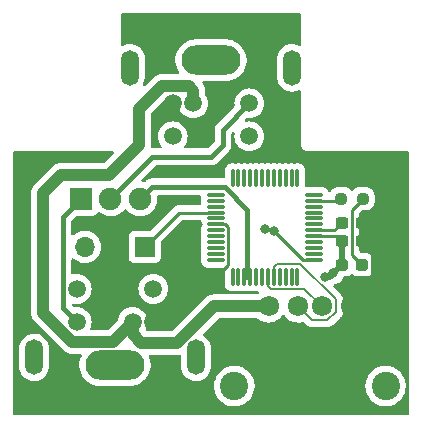
<source format=gbr>
%TF.GenerationSoftware,KiCad,Pcbnew,(6.0.6-0)*%
%TF.CreationDate,2022-10-23T05:24:33+09:00*%
%TF.ProjectId,KU88,4b553838-2e6b-4696-9361-645f70636258,rev?*%
%TF.SameCoordinates,Original*%
%TF.FileFunction,Copper,L1,Top*%
%TF.FilePolarity,Positive*%
%FSLAX46Y46*%
G04 Gerber Fmt 4.6, Leading zero omitted, Abs format (unit mm)*
G04 Created by KiCad (PCBNEW (6.0.6-0)) date 2022-10-23 05:24:33*
%MOMM*%
%LPD*%
G01*
G04 APERTURE LIST*
G04 Aperture macros list*
%AMRoundRect*
0 Rectangle with rounded corners*
0 $1 Rounding radius*
0 $2 $3 $4 $5 $6 $7 $8 $9 X,Y pos of 4 corners*
0 Add a 4 corners polygon primitive as box body*
4,1,4,$2,$3,$4,$5,$6,$7,$8,$9,$2,$3,0*
0 Add four circle primitives for the rounded corners*
1,1,$1+$1,$2,$3*
1,1,$1+$1,$4,$5*
1,1,$1+$1,$6,$7*
1,1,$1+$1,$8,$9*
0 Add four rect primitives between the rounded corners*
20,1,$1+$1,$2,$3,$4,$5,0*
20,1,$1+$1,$4,$5,$6,$7,0*
20,1,$1+$1,$6,$7,$8,$9,0*
20,1,$1+$1,$8,$9,$2,$3,0*%
G04 Aperture macros list end*
%TA.AperFunction,SMDPad,CuDef*%
%ADD10RoundRect,0.075000X-0.075000X0.662500X-0.075000X-0.662500X0.075000X-0.662500X0.075000X0.662500X0*%
%TD*%
%TA.AperFunction,SMDPad,CuDef*%
%ADD11RoundRect,0.075000X-0.662500X0.075000X-0.662500X-0.075000X0.662500X-0.075000X0.662500X0.075000X0*%
%TD*%
%TA.AperFunction,ComponentPad*%
%ADD12R,1.900000X1.900000*%
%TD*%
%TA.AperFunction,ComponentPad*%
%ADD13C,1.900000*%
%TD*%
%TA.AperFunction,SMDPad,CuDef*%
%ADD14RoundRect,0.237500X-0.250000X-0.237500X0.250000X-0.237500X0.250000X0.237500X-0.250000X0.237500X0*%
%TD*%
%TA.AperFunction,ComponentPad*%
%ADD15C,1.720000*%
%TD*%
%TA.AperFunction,ComponentPad*%
%ADD16C,2.400000*%
%TD*%
%TA.AperFunction,ComponentPad*%
%ADD17O,1.700000X1.700000*%
%TD*%
%TA.AperFunction,ComponentPad*%
%ADD18R,1.700000X1.700000*%
%TD*%
%TA.AperFunction,ComponentPad*%
%ADD19O,1.500000X3.000000*%
%TD*%
%TA.AperFunction,ComponentPad*%
%ADD20O,5.000000X2.500000*%
%TD*%
%TA.AperFunction,ComponentPad*%
%ADD21C,1.500000*%
%TD*%
%TA.AperFunction,SMDPad,CuDef*%
%ADD22RoundRect,0.237500X0.287500X0.237500X-0.287500X0.237500X-0.287500X-0.237500X0.287500X-0.237500X0*%
%TD*%
%TA.AperFunction,SMDPad,CuDef*%
%ADD23RoundRect,0.237500X-0.300000X-0.237500X0.300000X-0.237500X0.300000X0.237500X-0.300000X0.237500X0*%
%TD*%
%TA.AperFunction,ViaPad*%
%ADD24C,0.800000*%
%TD*%
%TA.AperFunction,Conductor*%
%ADD25C,1.000000*%
%TD*%
%TA.AperFunction,Conductor*%
%ADD26C,0.400000*%
%TD*%
%TA.AperFunction,Conductor*%
%ADD27C,0.250000*%
%TD*%
%TA.AperFunction,Conductor*%
%ADD28C,0.500000*%
%TD*%
%TA.AperFunction,Conductor*%
%ADD29C,0.200000*%
%TD*%
G04 APERTURE END LIST*
D10*
%TO.P,U1,1,P1_6*%
%TO.N,unconnected-(U1-Pad1)*%
X122130000Y-129822500D03*
%TO.P,U1,2,P1_7*%
%TO.N,unconnected-(U1-Pad2)*%
X121630000Y-129822500D03*
%TO.P,U1,3,RST*%
%TO.N,unconnected-(U1-Pad3)*%
X121130000Y-129822500D03*
%TO.P,U1,4,P3_0*%
%TO.N,unconnected-(U1-Pad4)*%
X120630000Y-129822500D03*
%TO.P,U1,5,P4_5*%
%TO.N,unconnected-(U1-Pad5)*%
X120130000Y-129822500D03*
%TO.P,U1,6,P4_4*%
%TO.N,unconnected-(U1-Pad6)*%
X119630000Y-129822500D03*
%TO.P,U1,7,P3_1*%
%TO.N,unconnected-(U1-Pad7)*%
X119130000Y-129822500D03*
%TO.P,U1,8,P3_2*%
%TO.N,unconnected-(U1-Pad8)*%
X118630000Y-129822500D03*
%TO.P,U1,9,P3_3*%
%TO.N,unconnected-(U1-Pad9)*%
X118130000Y-129822500D03*
%TO.P,U1,10,P3_4*%
%TO.N,unconnected-(U1-Pad10)*%
X117630000Y-129822500D03*
%TO.P,U1,11,P3_5*%
%TO.N,unconnected-(U1-Pad11)*%
X117130000Y-129822500D03*
%TO.P,U1,12,P3_6*%
%TO.N,unconnected-(U1-Pad12)*%
X116630000Y-129822500D03*
D11*
%TO.P,U1,13,P3_7*%
%TO.N,unconnected-(U1-Pad13)*%
X115217500Y-131235000D03*
%TO.P,U1,14,P4_3*%
%TO.N,unconnected-(U1-Pad14)*%
X115217500Y-131735000D03*
%TO.P,U1,15,P4_2*%
%TO.N,unconnected-(U1-Pad15)*%
X115217500Y-132235000D03*
%TO.P,U1,16,BOOT*%
%TO.N,/BOOT*%
X115217500Y-132735000D03*
%TO.P,U1,17,P4_7*%
%TO.N,unconnected-(U1-Pad17)*%
X115217500Y-133235000D03*
%TO.P,U1,18,GND*%
%TO.N,GND*%
X115217500Y-133735000D03*
%TO.P,U1,19,P4_1*%
%TO.N,unconnected-(U1-Pad19)*%
X115217500Y-134235000D03*
%TO.P,U1,20,P4_0*%
%TO.N,unconnected-(U1-Pad20)*%
X115217500Y-134735000D03*
%TO.P,U1,21,P2_0*%
%TO.N,unconnected-(U1-Pad21)*%
X115217500Y-135235000D03*
%TO.P,U1,22,P2_1*%
%TO.N,unconnected-(U1-Pad22)*%
X115217500Y-135735000D03*
%TO.P,U1,23,P2_2*%
%TO.N,unconnected-(U1-Pad23)*%
X115217500Y-136235000D03*
%TO.P,U1,24,P2_3*%
%TO.N,unconnected-(U1-Pad24)*%
X115217500Y-136735000D03*
D10*
%TO.P,U1,25,P2_4*%
%TO.N,unconnected-(U1-Pad25)*%
X116630000Y-138147500D03*
%TO.P,U1,26,P2_5*%
%TO.N,unconnected-(U1-Pad26)*%
X117130000Y-138147500D03*
%TO.P,U1,27,P2_6*%
%TO.N,/RX1*%
X117630000Y-138147500D03*
%TO.P,U1,28,P2_7*%
X118130000Y-138147500D03*
%TO.P,U1,29,P5_5*%
%TO.N,unconnected-(U1-Pad29)*%
X118630000Y-138147500D03*
%TO.P,U1,30,P5_4*%
%TO.N,unconnected-(U1-Pad30)*%
X119130000Y-138147500D03*
%TO.P,U1,31,DP*%
%TO.N,/D+*%
X119630000Y-138147500D03*
%TO.P,U1,32,DM*%
%TO.N,/D-*%
X120130000Y-138147500D03*
%TO.P,U1,33,P0_7*%
%TO.N,unconnected-(U1-Pad33)*%
X120630000Y-138147500D03*
%TO.P,U1,34,P0_6*%
%TO.N,unconnected-(U1-Pad34)*%
X121130000Y-138147500D03*
%TO.P,U1,35,P0_5*%
%TO.N,unconnected-(U1-Pad35)*%
X121630000Y-138147500D03*
%TO.P,U1,36,P0_4*%
%TO.N,unconnected-(U1-Pad36)*%
X122130000Y-138147500D03*
D11*
%TO.P,U1,37,P0_3*%
%TO.N,/TX*%
X123542500Y-136735000D03*
%TO.P,U1,38,P0_2*%
%TO.N,unconnected-(U1-Pad38)*%
X123542500Y-136235000D03*
%TO.P,U1,39,P0_1*%
%TO.N,unconnected-(U1-Pad39)*%
X123542500Y-135735000D03*
%TO.P,U1,40,P0_0*%
%TO.N,unconnected-(U1-Pad40)*%
X123542500Y-135235000D03*
%TO.P,U1,41,VIN5*%
%TO.N,+5V*%
X123542500Y-134735000D03*
%TO.P,U1,42,VDD3.3*%
%TO.N,Net-(C1-Pad1)*%
X123542500Y-134235000D03*
%TO.P,U1,43,P1_0*%
%TO.N,unconnected-(U1-Pad43)*%
X123542500Y-133735000D03*
%TO.P,U1,44,P1_1*%
%TO.N,unconnected-(U1-Pad44)*%
X123542500Y-133235000D03*
%TO.P,U1,45,P1_2*%
%TO.N,unconnected-(U1-Pad45)*%
X123542500Y-132735000D03*
%TO.P,U1,46,P1_3*%
%TO.N,unconnected-(U1-Pad46)*%
X123542500Y-132235000D03*
%TO.P,U1,47,P1_4*%
%TO.N,Net-(R1-Pad1)*%
X123542500Y-131735000D03*
%TO.P,U1,48,P1_5*%
%TO.N,unconnected-(U1-Pad48)*%
X123542500Y-131235000D03*
%TD*%
D12*
%TO.P,SW1,1,A*%
%TO.N,/RXD1*%
X103792000Y-131572000D03*
D13*
%TO.P,SW1,2,B*%
%TO.N,/RXD*%
X106292000Y-131572000D03*
%TO.P,SW1,3,C*%
%TO.N,/RX1*%
X108792000Y-131572000D03*
%TD*%
D14*
%TO.P,R1,1*%
%TO.N,Net-(R1-Pad1)*%
X125833500Y-131572000D03*
%TO.P,R1,2*%
%TO.N,Net-(D1-Pad1)*%
X127658500Y-131572000D03*
%TD*%
D15*
%TO.P,J4,1,VBUS*%
%TO.N,+5V*%
X119690000Y-140675000D03*
%TO.P,J4,2,D-*%
%TO.N,/D-*%
X122190000Y-140675000D03*
%TO.P,J4,3,D+*%
%TO.N,/D+*%
X124190000Y-140675000D03*
%TO.P,J4,4,GND*%
%TO.N,GND*%
X126690000Y-140675000D03*
D16*
%TO.P,J4,SH*%
%TO.N,N/C*%
X116790000Y-147425000D03*
X129590000Y-147425000D03*
%TD*%
D17*
%TO.P,J3,3,Pin_3*%
%TO.N,/TX*%
X104125000Y-135636000D03*
%TO.P,J3,2,Pin_2*%
%TO.N,GND*%
X106665000Y-135636000D03*
D18*
%TO.P,J3,1,Pin_1*%
%TO.N,/BOOT*%
X109205000Y-135636000D03*
%TD*%
D19*
%TO.P,J2,*%
%TO.N,*%
X113530000Y-144995000D03*
D20*
X106680000Y-145645000D03*
D19*
X99830000Y-144995000D03*
D21*
%TO.P,J2,1*%
%TO.N,+5V*%
X108180000Y-141995000D03*
%TO.P,J2,2*%
%TO.N,GND*%
X109930000Y-141995000D03*
%TO.P,J2,3*%
%TO.N,/RXD1*%
X103430000Y-141995000D03*
%TO.P,J2,4*%
%TO.N,unconnected-(J2-Pad4)*%
X109930000Y-139195000D03*
%TO.P,J2,5*%
%TO.N,unconnected-(J2-Pad5)*%
X103430000Y-139195000D03*
%TD*%
D19*
%TO.P,J1,*%
%TO.N,*%
X107958000Y-120480000D03*
D20*
X114808000Y-119830000D03*
D19*
X121658000Y-120480000D03*
D21*
%TO.P,J1,1*%
%TO.N,+5V*%
X113308000Y-123480000D03*
%TO.P,J1,2*%
%TO.N,GND*%
X111558000Y-123480000D03*
%TO.P,J1,3*%
%TO.N,/RXD*%
X118058000Y-123480000D03*
%TO.P,J1,4*%
%TO.N,unconnected-(J1-Pad4)*%
X111558000Y-126280000D03*
%TO.P,J1,5*%
%TO.N,unconnected-(J1-Pad5)*%
X118058000Y-126280000D03*
%TD*%
D22*
%TO.P,D1,1,K*%
%TO.N,Net-(D1-Pad1)*%
X127621000Y-137160000D03*
%TO.P,D1,2,A*%
%TO.N,+5V*%
X125871000Y-137160000D03*
%TD*%
D23*
%TO.P,C2,1*%
%TO.N,+5V*%
X125883500Y-135128000D03*
%TO.P,C2,2*%
%TO.N,GND*%
X127608500Y-135128000D03*
%TD*%
%TO.P,C1,2*%
%TO.N,GND*%
X127608500Y-133604000D03*
%TO.P,C1,1*%
%TO.N,Net-(C1-Pad1)*%
X125883500Y-133604000D03*
%TD*%
D24*
%TO.N,/TX*%
X120179332Y-134328668D03*
X119380000Y-134112000D03*
%TO.N,+5V*%
X125165500Y-137865500D03*
X124460000Y-138176000D03*
%TD*%
D25*
%TO.N,+5V*%
X108180000Y-141995000D02*
X108180000Y-143055660D01*
X111960390Y-143764000D02*
X115049390Y-140675000D01*
X108180000Y-143055660D02*
X108888340Y-143764000D01*
X108888340Y-143764000D02*
X111960390Y-143764000D01*
X115049390Y-140675000D02*
X119690000Y-140675000D01*
X108180000Y-141995000D02*
X106480000Y-143695000D01*
X100584000Y-131064000D02*
X102108000Y-129540000D01*
X106480000Y-143695000D02*
X103079390Y-143695000D01*
X103079390Y-143695000D02*
X100584000Y-141199610D01*
X108712000Y-127000000D02*
X108712000Y-123952000D01*
X100584000Y-141199610D02*
X100584000Y-131064000D01*
X102108000Y-129540000D02*
X106172000Y-129540000D01*
X106172000Y-129540000D02*
X108712000Y-127000000D01*
X108712000Y-123952000D02*
X110634000Y-122030000D01*
X110634000Y-122030000D02*
X112918660Y-122030000D01*
X112918660Y-122030000D02*
X113308000Y-122419340D01*
X113308000Y-122419340D02*
X113308000Y-123480000D01*
D26*
%TO.N,/RXD*%
X106292000Y-131572000D02*
X109848000Y-128016000D01*
X115824000Y-125714000D02*
X118058000Y-123480000D01*
X109848000Y-128016000D02*
X114808000Y-128016000D01*
X114808000Y-128016000D02*
X115824000Y-127000000D01*
X115824000Y-127000000D02*
X115824000Y-125714000D01*
D27*
%TO.N,/TX*%
X120179332Y-134328668D02*
X119962665Y-134112000D01*
X123542500Y-136735000D02*
X122585665Y-136735000D01*
X122585665Y-136735000D02*
X120179332Y-134328668D01*
X119962665Y-134112000D02*
X119380000Y-134112000D01*
D26*
%TO.N,/RXD1*%
X103792000Y-131572000D02*
X102280000Y-133084000D01*
X102280000Y-133084000D02*
X102280000Y-140845000D01*
X102280000Y-140845000D02*
X103430000Y-141995000D01*
D27*
%TO.N,/RX1*%
X117884500Y-138147500D02*
X117630000Y-138147500D01*
D26*
X117884500Y-138147500D02*
X117884500Y-132486251D01*
D27*
X118130000Y-138147500D02*
X117884500Y-138147500D01*
D26*
X115954249Y-130556000D02*
X109808000Y-130556000D01*
X117884500Y-132486251D02*
X115954249Y-130556000D01*
X109808000Y-130556000D02*
X108792000Y-131572000D01*
D27*
%TO.N,GND*%
X109930000Y-141995000D02*
X111479315Y-141995000D01*
X116280000Y-133994315D02*
X116020685Y-133735000D01*
X111479315Y-141995000D02*
X116280000Y-137194315D01*
X116020685Y-133735000D02*
X115217500Y-133735000D01*
X116280000Y-137194315D02*
X116280000Y-133994315D01*
%TO.N,/BOOT*%
X115217500Y-132735000D02*
X112106000Y-132735000D01*
X112106000Y-132735000D02*
X109205000Y-135636000D01*
%TO.N,Net-(D1-Pad1)*%
X127658500Y-131572000D02*
X126746000Y-132484500D01*
X126746000Y-132484500D02*
X126746000Y-136285000D01*
X126746000Y-136285000D02*
X127621000Y-137160000D01*
%TO.N,Net-(R1-Pad1)*%
X123542500Y-131735000D02*
X125670500Y-131735000D01*
X125670500Y-131735000D02*
X125833500Y-131572000D01*
D28*
%TO.N,+5V*%
X125165500Y-137865500D02*
X124855000Y-138176000D01*
X125871000Y-137160000D02*
X125165500Y-137865500D01*
X124855000Y-138176000D02*
X124460000Y-138176000D01*
X125883500Y-135128000D02*
X125883500Y-137147500D01*
X125883500Y-137147500D02*
X125871000Y-137160000D01*
D29*
%TO.N,/D-*%
X120130000Y-138147500D02*
X120130000Y-137379670D01*
X120130000Y-137379670D02*
X120399670Y-137110000D01*
X120399670Y-137110000D02*
X122378000Y-137110000D01*
X122378000Y-137110000D02*
X125350000Y-140082000D01*
X125350000Y-140082000D02*
X125350000Y-141155488D01*
X125350000Y-141155488D02*
X124670488Y-141835000D01*
X124670488Y-141835000D02*
X123350000Y-141835000D01*
X123350000Y-141835000D02*
X122190000Y-140675000D01*
%TO.N,/D+*%
X119630000Y-138147500D02*
X119630000Y-138915330D01*
X119906670Y-139192000D02*
X122707000Y-139192000D01*
X119630000Y-138915330D02*
X119906670Y-139192000D01*
X122707000Y-139192000D02*
X124190000Y-140675000D01*
D27*
%TO.N,Net-(C1-Pad1)*%
X125883500Y-133604000D02*
X125252500Y-134235000D01*
X125252500Y-134235000D02*
X123542500Y-134235000D01*
%TO.N,+5V*%
X125883500Y-135128000D02*
X125490500Y-134735000D01*
X125490500Y-134735000D02*
X123542500Y-134735000D01*
D28*
%TO.N,GND*%
X127608500Y-135128000D02*
X128596000Y-136115500D01*
X128596000Y-136115500D02*
X128596000Y-138769000D01*
X128596000Y-138769000D02*
X126690000Y-140675000D01*
X127608500Y-133604000D02*
X127608500Y-135128000D01*
%TD*%
%TA.AperFunction,Conductor*%
%TO.N,GND*%
G36*
X122369621Y-115844502D02*
G01*
X122416114Y-115898158D01*
X122427500Y-115950500D01*
X122427500Y-118500364D01*
X122407498Y-118568485D01*
X122353842Y-118614978D01*
X122283568Y-118625082D01*
X122250855Y-118615737D01*
X122066180Y-118534670D01*
X122066167Y-118534665D01*
X122061033Y-118532412D01*
X122055582Y-118531103D01*
X122055578Y-118531102D01*
X121848046Y-118481278D01*
X121848045Y-118481278D01*
X121842589Y-118479968D01*
X121758525Y-118475121D01*
X121623917Y-118467360D01*
X121623914Y-118467360D01*
X121618310Y-118467037D01*
X121395285Y-118494025D01*
X121180565Y-118560082D01*
X121175585Y-118562652D01*
X121175581Y-118562654D01*
X120985919Y-118660546D01*
X120980936Y-118663118D01*
X120802708Y-118799877D01*
X120651515Y-118966036D01*
X120648537Y-118970783D01*
X120648535Y-118970786D01*
X120643183Y-118979318D01*
X120532136Y-119156344D01*
X120448344Y-119364783D01*
X120402787Y-119584767D01*
X120399500Y-119641775D01*
X120399500Y-121286999D01*
X120399749Y-121289786D01*
X120399749Y-121289792D01*
X120404790Y-121346273D01*
X120414383Y-121453762D01*
X120415864Y-121459176D01*
X120415865Y-121459181D01*
X120447012Y-121573031D01*
X120473663Y-121670451D01*
X120476075Y-121675509D01*
X120476077Y-121675513D01*
X120501448Y-121728704D01*
X120570378Y-121873218D01*
X120701471Y-122055654D01*
X120862799Y-122211992D01*
X121049262Y-122337290D01*
X121254967Y-122427588D01*
X121260418Y-122428897D01*
X121260422Y-122428898D01*
X121421528Y-122467576D01*
X121473411Y-122480032D01*
X121557475Y-122484879D01*
X121692083Y-122492640D01*
X121692086Y-122492640D01*
X121697690Y-122492963D01*
X121920715Y-122465975D01*
X122135435Y-122399918D01*
X122140415Y-122397348D01*
X122140419Y-122397346D01*
X122241794Y-122345022D01*
X122243711Y-122344033D01*
X122313417Y-122330564D01*
X122379341Y-122356919D01*
X122420550Y-122414732D01*
X122427500Y-122455999D01*
X122427500Y-126991377D01*
X122427498Y-126992147D01*
X122427024Y-127069721D01*
X122429491Y-127078352D01*
X122435150Y-127098153D01*
X122438728Y-127114915D01*
X122442920Y-127144187D01*
X122446634Y-127152355D01*
X122446634Y-127152356D01*
X122453548Y-127167562D01*
X122459996Y-127185086D01*
X122467051Y-127209771D01*
X122471843Y-127217365D01*
X122471844Y-127217368D01*
X122482830Y-127234780D01*
X122490969Y-127249863D01*
X122503208Y-127276782D01*
X122509069Y-127283584D01*
X122519970Y-127296235D01*
X122531073Y-127311239D01*
X122544776Y-127332958D01*
X122551501Y-127338897D01*
X122551504Y-127338901D01*
X122566938Y-127352532D01*
X122578982Y-127364724D01*
X122592427Y-127380327D01*
X122592430Y-127380329D01*
X122598287Y-127387127D01*
X122605816Y-127392007D01*
X122605817Y-127392008D01*
X122619835Y-127401094D01*
X122634709Y-127412385D01*
X122646264Y-127422589D01*
X122653951Y-127429378D01*
X122680711Y-127441942D01*
X122695691Y-127450263D01*
X122712983Y-127461471D01*
X122712988Y-127461473D01*
X122720515Y-127466352D01*
X122729108Y-127468922D01*
X122729113Y-127468924D01*
X122745120Y-127473711D01*
X122762564Y-127480372D01*
X122777676Y-127487467D01*
X122777678Y-127487468D01*
X122785800Y-127491281D01*
X122794667Y-127492662D01*
X122794668Y-127492662D01*
X122804310Y-127494163D01*
X122815017Y-127495830D01*
X122831732Y-127499613D01*
X122851466Y-127505515D01*
X122851472Y-127505516D01*
X122860066Y-127508086D01*
X122869037Y-127508141D01*
X122869038Y-127508141D01*
X122879097Y-127508202D01*
X122894506Y-127508296D01*
X122895289Y-127508329D01*
X122896386Y-127508500D01*
X122927377Y-127508500D01*
X122928147Y-127508502D01*
X123001785Y-127508952D01*
X123001786Y-127508952D01*
X123005721Y-127508976D01*
X123007065Y-127508592D01*
X123008410Y-127508500D01*
X131445500Y-127508500D01*
X131513621Y-127528502D01*
X131560114Y-127582158D01*
X131571500Y-127634500D01*
X131571500Y-149733500D01*
X131551498Y-149801621D01*
X131497842Y-149848114D01*
X131445500Y-149859500D01*
X98170500Y-149859500D01*
X98102379Y-149839498D01*
X98055886Y-149785842D01*
X98044500Y-149733500D01*
X98044500Y-145801999D01*
X98571500Y-145801999D01*
X98571749Y-145804786D01*
X98571749Y-145804792D01*
X98574576Y-145836464D01*
X98586383Y-145968762D01*
X98587864Y-145974176D01*
X98587865Y-145974181D01*
X98613770Y-146068872D01*
X98645663Y-146185451D01*
X98648075Y-146190509D01*
X98648077Y-146190513D01*
X98686556Y-146271185D01*
X98742378Y-146388218D01*
X98873471Y-146570654D01*
X98877503Y-146574561D01*
X99029649Y-146722001D01*
X99034799Y-146726992D01*
X99221262Y-146852290D01*
X99426967Y-146942588D01*
X99432418Y-146943897D01*
X99432422Y-146943898D01*
X99639954Y-146993722D01*
X99645411Y-146995032D01*
X99729475Y-146999879D01*
X99864083Y-147007640D01*
X99864086Y-147007640D01*
X99869690Y-147007963D01*
X100092715Y-146980975D01*
X100307435Y-146914918D01*
X100312415Y-146912348D01*
X100312419Y-146912346D01*
X100502081Y-146814454D01*
X100502082Y-146814454D01*
X100507064Y-146811882D01*
X100685292Y-146675123D01*
X100836485Y-146508964D01*
X100842154Y-146499928D01*
X100952885Y-146323405D01*
X100955864Y-146318656D01*
X101039656Y-146110217D01*
X101085213Y-145890233D01*
X101088500Y-145833225D01*
X101088500Y-144188001D01*
X101085551Y-144154952D01*
X101074116Y-144026833D01*
X101073617Y-144021238D01*
X101014337Y-143804549D01*
X100917622Y-143601782D01*
X100786529Y-143419346D01*
X100625201Y-143263008D01*
X100438738Y-143137710D01*
X100233033Y-143047412D01*
X100227582Y-143046103D01*
X100227578Y-143046102D01*
X100020046Y-142996278D01*
X100020045Y-142996278D01*
X100014589Y-142994968D01*
X99930525Y-142990121D01*
X99795917Y-142982360D01*
X99795914Y-142982360D01*
X99790310Y-142982037D01*
X99567285Y-143009025D01*
X99352565Y-143075082D01*
X99347585Y-143077652D01*
X99347581Y-143077654D01*
X99163737Y-143172543D01*
X99152936Y-143178118D01*
X98974708Y-143314877D01*
X98823515Y-143481036D01*
X98704136Y-143671344D01*
X98620344Y-143879783D01*
X98574787Y-144099767D01*
X98571500Y-144156775D01*
X98571500Y-145801999D01*
X98044500Y-145801999D01*
X98044500Y-127634500D01*
X98064502Y-127566379D01*
X98118158Y-127519886D01*
X98170500Y-127508500D01*
X106473076Y-127508500D01*
X106541197Y-127528502D01*
X106587690Y-127582158D01*
X106597794Y-127652432D01*
X106568300Y-127717012D01*
X106562171Y-127723595D01*
X105791171Y-128494595D01*
X105728859Y-128528621D01*
X105702076Y-128531500D01*
X102169840Y-128531500D01*
X102156232Y-128530763D01*
X102124736Y-128527341D01*
X102124732Y-128527341D01*
X102118611Y-128526676D01*
X102100611Y-128528251D01*
X102068609Y-128531050D01*
X102063784Y-128531379D01*
X102061313Y-128531500D01*
X102058231Y-128531500D01*
X102035763Y-128533703D01*
X102015489Y-128535691D01*
X102014174Y-128535813D01*
X101981913Y-128538636D01*
X101921587Y-128543913D01*
X101916468Y-128545400D01*
X101911167Y-128545920D01*
X101822133Y-128572801D01*
X101821000Y-128573136D01*
X101737578Y-128597373D01*
X101737574Y-128597375D01*
X101731663Y-128599092D01*
X101726934Y-128601543D01*
X101721831Y-128603084D01*
X101639669Y-128646770D01*
X101638627Y-128647317D01*
X101561545Y-128687272D01*
X101556074Y-128690108D01*
X101551911Y-128693431D01*
X101547204Y-128695934D01*
X101542430Y-128699828D01*
X101542428Y-128699829D01*
X101475105Y-128754737D01*
X101474160Y-128755500D01*
X101435027Y-128786739D01*
X101432536Y-128789230D01*
X101431809Y-128789880D01*
X101427463Y-128793592D01*
X101408588Y-128808987D01*
X101393938Y-128820935D01*
X101390015Y-128825677D01*
X101390013Y-128825679D01*
X101364703Y-128856273D01*
X101356713Y-128865053D01*
X99914621Y-130307145D01*
X99904478Y-130316247D01*
X99874975Y-130339968D01*
X99871008Y-130344696D01*
X99842709Y-130378421D01*
X99839528Y-130382069D01*
X99837885Y-130383881D01*
X99835691Y-130386075D01*
X99808358Y-130419349D01*
X99807696Y-130420147D01*
X99747846Y-130491474D01*
X99745278Y-130496144D01*
X99741897Y-130500261D01*
X99729574Y-130523244D01*
X99698023Y-130582086D01*
X99697394Y-130583245D01*
X99655538Y-130659381D01*
X99655535Y-130659389D01*
X99652567Y-130664787D01*
X99650955Y-130669869D01*
X99648438Y-130674563D01*
X99621238Y-130763531D01*
X99620918Y-130764559D01*
X99592765Y-130853306D01*
X99592171Y-130858602D01*
X99590613Y-130863698D01*
X99584711Y-130921804D01*
X99581218Y-130956187D01*
X99581089Y-130957393D01*
X99575500Y-131007227D01*
X99575500Y-131010754D01*
X99575445Y-131011739D01*
X99574998Y-131017419D01*
X99570626Y-131060462D01*
X99571335Y-131067962D01*
X99574941Y-131106109D01*
X99575500Y-131117967D01*
X99575500Y-141137767D01*
X99574763Y-141151374D01*
X99573427Y-141163677D01*
X99570676Y-141188998D01*
X99571234Y-141195373D01*
X99575050Y-141238998D01*
X99575379Y-141243824D01*
X99575500Y-141246296D01*
X99575500Y-141249379D01*
X99575801Y-141252447D01*
X99579690Y-141292116D01*
X99579812Y-141293429D01*
X99580925Y-141306151D01*
X99587913Y-141386023D01*
X99589400Y-141391142D01*
X99589920Y-141396443D01*
X99591703Y-141402348D01*
X99591703Y-141402349D01*
X99616765Y-141485357D01*
X99617122Y-141486562D01*
X99643091Y-141575946D01*
X99645544Y-141580678D01*
X99647084Y-141585779D01*
X99649978Y-141591222D01*
X99690731Y-141667870D01*
X99691343Y-141669036D01*
X99709209Y-141703502D01*
X99734108Y-141751536D01*
X99737431Y-141755699D01*
X99739934Y-141760406D01*
X99798755Y-141832528D01*
X99799446Y-141833384D01*
X99830738Y-141872583D01*
X99833242Y-141875087D01*
X99833884Y-141875805D01*
X99837585Y-141880138D01*
X99864935Y-141913672D01*
X99869682Y-141917599D01*
X99869684Y-141917601D01*
X99900262Y-141942897D01*
X99909042Y-141950887D01*
X102322535Y-144364379D01*
X102331637Y-144374522D01*
X102355358Y-144404025D01*
X102393846Y-144436320D01*
X102397465Y-144439478D01*
X102399280Y-144441124D01*
X102401465Y-144443309D01*
X102403845Y-144445264D01*
X102403855Y-144445273D01*
X102434626Y-144470549D01*
X102435641Y-144471391D01*
X102506864Y-144531154D01*
X102511538Y-144533723D01*
X102515651Y-144537102D01*
X102521088Y-144540017D01*
X102521089Y-144540018D01*
X102597437Y-144580955D01*
X102598567Y-144581568D01*
X102680177Y-144626433D01*
X102685259Y-144628045D01*
X102689953Y-144630562D01*
X102778921Y-144657762D01*
X102779949Y-144658082D01*
X102868696Y-144686235D01*
X102873992Y-144686829D01*
X102879088Y-144688387D01*
X102971647Y-144697790D01*
X102972783Y-144697911D01*
X103006398Y-144701681D01*
X103019120Y-144703108D01*
X103019124Y-144703108D01*
X103022617Y-144703500D01*
X103026144Y-144703500D01*
X103027129Y-144703555D01*
X103032809Y-144704002D01*
X103062215Y-144706989D01*
X103069727Y-144707752D01*
X103069729Y-144707752D01*
X103075852Y-144708374D01*
X103121498Y-144704059D01*
X103133357Y-144703500D01*
X103730879Y-144703500D01*
X103799000Y-144723502D01*
X103845493Y-144777158D01*
X103855597Y-144847432D01*
X103843887Y-144885224D01*
X103794975Y-144984407D01*
X103715293Y-145233335D01*
X103673279Y-145491307D01*
X103673218Y-145495980D01*
X103670309Y-145718229D01*
X103669858Y-145752655D01*
X103705104Y-146011638D01*
X103706412Y-146016124D01*
X103706412Y-146016126D01*
X103720130Y-146063189D01*
X103778243Y-146262567D01*
X103887668Y-146499928D01*
X103911197Y-146535816D01*
X104028410Y-146714596D01*
X104028414Y-146714601D01*
X104030976Y-146718509D01*
X104205018Y-146913506D01*
X104405970Y-147080637D01*
X104409973Y-147083066D01*
X104625422Y-147213804D01*
X104625426Y-147213806D01*
X104629419Y-147216229D01*
X104870455Y-147317303D01*
X105123783Y-147381641D01*
X105128434Y-147382109D01*
X105128438Y-147382110D01*
X105321308Y-147401531D01*
X105340867Y-147403500D01*
X107996354Y-147403500D01*
X107998679Y-147403327D01*
X107998685Y-147403327D01*
X108186000Y-147389407D01*
X108186004Y-147389406D01*
X108190652Y-147389061D01*
X108195200Y-147388032D01*
X108195206Y-147388031D01*
X108230030Y-147380151D01*
X115077296Y-147380151D01*
X115077520Y-147384817D01*
X115077520Y-147384822D01*
X115079299Y-147421851D01*
X115089480Y-147633798D01*
X115139021Y-147882857D01*
X115140600Y-147887255D01*
X115140602Y-147887262D01*
X115185022Y-148010980D01*
X115224831Y-148121858D01*
X115345025Y-148345551D01*
X115347820Y-148349294D01*
X115347822Y-148349297D01*
X115494171Y-148545282D01*
X115494176Y-148545288D01*
X115496963Y-148549020D01*
X115500272Y-148552300D01*
X115500277Y-148552306D01*
X115598859Y-148650031D01*
X115677307Y-148727797D01*
X115681069Y-148730555D01*
X115681072Y-148730558D01*
X115786764Y-148808054D01*
X115882094Y-148877953D01*
X115886229Y-148880129D01*
X115886233Y-148880131D01*
X116004289Y-148942243D01*
X116106827Y-148996191D01*
X116346568Y-149079912D01*
X116596050Y-149127278D01*
X116716532Y-149132011D01*
X116845125Y-149137064D01*
X116845130Y-149137064D01*
X116849793Y-149137247D01*
X116948774Y-149126407D01*
X117097569Y-149110112D01*
X117097575Y-149110111D01*
X117102222Y-149109602D01*
X117211680Y-149080784D01*
X117343273Y-149046138D01*
X117347793Y-149044948D01*
X117466353Y-148994011D01*
X117576807Y-148946557D01*
X117576810Y-148946555D01*
X117581110Y-148944708D01*
X117585090Y-148942245D01*
X117585094Y-148942243D01*
X117793064Y-148813547D01*
X117793066Y-148813545D01*
X117797047Y-148811082D01*
X117895428Y-148727797D01*
X117987289Y-148650031D01*
X117987291Y-148650029D01*
X117990862Y-148647006D01*
X118158295Y-148456084D01*
X118295669Y-148242512D01*
X118399967Y-148010980D01*
X118468896Y-147766575D01*
X118500943Y-147514667D01*
X118503291Y-147425000D01*
X118499958Y-147380151D01*
X127877296Y-147380151D01*
X127877520Y-147384817D01*
X127877520Y-147384822D01*
X127879299Y-147421851D01*
X127889480Y-147633798D01*
X127939021Y-147882857D01*
X127940600Y-147887255D01*
X127940602Y-147887262D01*
X127985022Y-148010980D01*
X128024831Y-148121858D01*
X128145025Y-148345551D01*
X128147820Y-148349294D01*
X128147822Y-148349297D01*
X128294171Y-148545282D01*
X128294176Y-148545288D01*
X128296963Y-148549020D01*
X128300272Y-148552300D01*
X128300277Y-148552306D01*
X128398859Y-148650031D01*
X128477307Y-148727797D01*
X128481069Y-148730555D01*
X128481072Y-148730558D01*
X128586764Y-148808054D01*
X128682094Y-148877953D01*
X128686229Y-148880129D01*
X128686233Y-148880131D01*
X128804289Y-148942243D01*
X128906827Y-148996191D01*
X129146568Y-149079912D01*
X129396050Y-149127278D01*
X129516532Y-149132011D01*
X129645125Y-149137064D01*
X129645130Y-149137064D01*
X129649793Y-149137247D01*
X129748774Y-149126407D01*
X129897569Y-149110112D01*
X129897575Y-149110111D01*
X129902222Y-149109602D01*
X130011680Y-149080784D01*
X130143273Y-149046138D01*
X130147793Y-149044948D01*
X130266353Y-148994011D01*
X130376807Y-148946557D01*
X130376810Y-148946555D01*
X130381110Y-148944708D01*
X130385090Y-148942245D01*
X130385094Y-148942243D01*
X130593064Y-148813547D01*
X130593066Y-148813545D01*
X130597047Y-148811082D01*
X130695428Y-148727797D01*
X130787289Y-148650031D01*
X130787291Y-148650029D01*
X130790862Y-148647006D01*
X130958295Y-148456084D01*
X131095669Y-148242512D01*
X131199967Y-148010980D01*
X131268896Y-147766575D01*
X131300943Y-147514667D01*
X131303291Y-147425000D01*
X131295288Y-147317303D01*
X131284818Y-147176411D01*
X131284817Y-147176407D01*
X131284472Y-147171759D01*
X131269808Y-147106951D01*
X131233847Y-146948029D01*
X131228428Y-146924082D01*
X131162584Y-146754763D01*
X131138084Y-146691762D01*
X131138083Y-146691760D01*
X131136391Y-146687409D01*
X131115866Y-146651498D01*
X131012702Y-146470997D01*
X131012700Y-146470995D01*
X131010383Y-146466940D01*
X130853171Y-146267517D01*
X130691498Y-146115431D01*
X130671610Y-146096722D01*
X130671608Y-146096720D01*
X130668209Y-146093523D01*
X130608413Y-146052041D01*
X130463393Y-145951437D01*
X130463390Y-145951435D01*
X130459561Y-145948779D01*
X130455384Y-145946719D01*
X130455377Y-145946715D01*
X130235996Y-145838528D01*
X130235992Y-145838527D01*
X130231810Y-145836464D01*
X129989960Y-145759047D01*
X129985355Y-145758297D01*
X129743935Y-145718980D01*
X129743934Y-145718980D01*
X129739323Y-145718229D01*
X129612364Y-145716567D01*
X129490083Y-145714966D01*
X129490080Y-145714966D01*
X129485406Y-145714905D01*
X129233787Y-145749149D01*
X129229301Y-145750457D01*
X129229299Y-145750457D01*
X129202401Y-145758297D01*
X128989993Y-145820208D01*
X128985740Y-145822168D01*
X128985739Y-145822169D01*
X128954731Y-145836464D01*
X128759380Y-145926522D01*
X128755471Y-145929085D01*
X128550928Y-146063189D01*
X128550923Y-146063193D01*
X128547015Y-146065755D01*
X128357562Y-146234848D01*
X128195183Y-146430087D01*
X128063447Y-146647182D01*
X128061638Y-146651496D01*
X128061637Y-146651498D01*
X127994383Y-146811882D01*
X127965246Y-146881365D01*
X127964095Y-146885897D01*
X127964094Y-146885900D01*
X127949050Y-146945138D01*
X127902738Y-147127490D01*
X127877296Y-147380151D01*
X118499958Y-147380151D01*
X118495288Y-147317303D01*
X118484818Y-147176411D01*
X118484817Y-147176407D01*
X118484472Y-147171759D01*
X118469808Y-147106951D01*
X118433847Y-146948029D01*
X118428428Y-146924082D01*
X118362584Y-146754763D01*
X118338084Y-146691762D01*
X118338083Y-146691760D01*
X118336391Y-146687409D01*
X118315866Y-146651498D01*
X118212702Y-146470997D01*
X118212700Y-146470995D01*
X118210383Y-146466940D01*
X118053171Y-146267517D01*
X117891498Y-146115431D01*
X117871610Y-146096722D01*
X117871608Y-146096720D01*
X117868209Y-146093523D01*
X117808413Y-146052041D01*
X117663393Y-145951437D01*
X117663390Y-145951435D01*
X117659561Y-145948779D01*
X117655384Y-145946719D01*
X117655377Y-145946715D01*
X117435996Y-145838528D01*
X117435992Y-145838527D01*
X117431810Y-145836464D01*
X117189960Y-145759047D01*
X117185355Y-145758297D01*
X116943935Y-145718980D01*
X116943934Y-145718980D01*
X116939323Y-145718229D01*
X116812364Y-145716567D01*
X116690083Y-145714966D01*
X116690080Y-145714966D01*
X116685406Y-145714905D01*
X116433787Y-145749149D01*
X116429301Y-145750457D01*
X116429299Y-145750457D01*
X116402401Y-145758297D01*
X116189993Y-145820208D01*
X116185740Y-145822168D01*
X116185739Y-145822169D01*
X116154731Y-145836464D01*
X115959380Y-145926522D01*
X115955471Y-145929085D01*
X115750928Y-146063189D01*
X115750923Y-146063193D01*
X115747015Y-146065755D01*
X115557562Y-146234848D01*
X115395183Y-146430087D01*
X115263447Y-146647182D01*
X115261638Y-146651496D01*
X115261637Y-146651498D01*
X115194383Y-146811882D01*
X115165246Y-146881365D01*
X115164095Y-146885897D01*
X115164094Y-146885900D01*
X115149050Y-146945138D01*
X115102738Y-147127490D01*
X115077296Y-147380151D01*
X108230030Y-147380151D01*
X108381601Y-147345853D01*
X108445577Y-147331377D01*
X108481769Y-147317303D01*
X108684824Y-147238340D01*
X108684827Y-147238339D01*
X108689177Y-147236647D01*
X108916098Y-147106951D01*
X109121357Y-146945138D01*
X109300443Y-146754763D01*
X109428165Y-146570654D01*
X109446759Y-146543851D01*
X109446761Y-146543848D01*
X109449424Y-146540009D01*
X109485458Y-146466940D01*
X109562960Y-146309781D01*
X109562961Y-146309778D01*
X109565025Y-146305593D01*
X109578238Y-146264317D01*
X109643280Y-146061123D01*
X109644707Y-146056665D01*
X109686721Y-145798693D01*
X109690142Y-145537345D01*
X109654896Y-145278362D01*
X109640473Y-145228877D01*
X109583068Y-145031932D01*
X109581757Y-145027433D01*
X109546637Y-144951251D01*
X109536282Y-144881013D01*
X109565545Y-144816328D01*
X109625134Y-144777731D01*
X109661063Y-144772500D01*
X111898547Y-144772500D01*
X111912154Y-144773237D01*
X111943652Y-144776659D01*
X111943657Y-144776659D01*
X111949778Y-144777324D01*
X111976028Y-144775027D01*
X111999778Y-144772950D01*
X112004604Y-144772621D01*
X112007076Y-144772500D01*
X112010159Y-144772500D01*
X112022128Y-144771326D01*
X112052896Y-144768310D01*
X112054210Y-144768188D01*
X112134519Y-144761162D01*
X112204123Y-144775151D01*
X112255116Y-144824551D01*
X112271500Y-144886683D01*
X112271500Y-145801999D01*
X112271749Y-145804786D01*
X112271749Y-145804792D01*
X112274576Y-145836464D01*
X112286383Y-145968762D01*
X112287864Y-145974176D01*
X112287865Y-145974181D01*
X112313770Y-146068872D01*
X112345663Y-146185451D01*
X112348075Y-146190509D01*
X112348077Y-146190513D01*
X112386556Y-146271185D01*
X112442378Y-146388218D01*
X112573471Y-146570654D01*
X112577503Y-146574561D01*
X112729649Y-146722001D01*
X112734799Y-146726992D01*
X112921262Y-146852290D01*
X113126967Y-146942588D01*
X113132418Y-146943897D01*
X113132422Y-146943898D01*
X113339954Y-146993722D01*
X113345411Y-146995032D01*
X113429475Y-146999879D01*
X113564083Y-147007640D01*
X113564086Y-147007640D01*
X113569690Y-147007963D01*
X113792715Y-146980975D01*
X114007435Y-146914918D01*
X114012415Y-146912348D01*
X114012419Y-146912346D01*
X114202081Y-146814454D01*
X114202082Y-146814454D01*
X114207064Y-146811882D01*
X114385292Y-146675123D01*
X114536485Y-146508964D01*
X114542154Y-146499928D01*
X114652885Y-146323405D01*
X114655864Y-146318656D01*
X114739656Y-146110217D01*
X114785213Y-145890233D01*
X114788500Y-145833225D01*
X114788500Y-144188001D01*
X114785551Y-144154952D01*
X114774116Y-144026833D01*
X114773617Y-144021238D01*
X114714337Y-143804549D01*
X114617622Y-143601782D01*
X114486529Y-143419346D01*
X114325201Y-143263008D01*
X114320547Y-143259881D01*
X114320540Y-143259875D01*
X114190577Y-143172543D01*
X114145192Y-143117947D01*
X114136529Y-143047481D01*
X114171758Y-142978867D01*
X115430219Y-141720405D01*
X115492531Y-141686380D01*
X115519314Y-141683500D01*
X118716737Y-141683500D01*
X118784858Y-141703502D01*
X118797221Y-141712555D01*
X118848501Y-141755128D01*
X118902371Y-141799851D01*
X118906827Y-141802455D01*
X118906830Y-141802457D01*
X119032350Y-141875805D01*
X119096664Y-141913387D01*
X119306892Y-141993666D01*
X119311958Y-141994697D01*
X119311959Y-141994697D01*
X119410265Y-142014697D01*
X119527409Y-142038530D01*
X119654302Y-142043183D01*
X119747128Y-142046587D01*
X119747132Y-142046587D01*
X119752292Y-142046776D01*
X119757413Y-142046120D01*
X119757414Y-142046120D01*
X119824705Y-142037500D01*
X119975502Y-142018183D01*
X119980450Y-142016698D01*
X119980457Y-142016697D01*
X120127141Y-141972689D01*
X120191045Y-141953517D01*
X120195689Y-141951242D01*
X120388489Y-141856790D01*
X120388493Y-141856788D01*
X120393132Y-141854515D01*
X120422603Y-141833494D01*
X120572133Y-141726835D01*
X120576336Y-141723837D01*
X120587658Y-141712555D01*
X120720626Y-141580050D01*
X120735737Y-141564992D01*
X120738751Y-141560798D01*
X120738760Y-141560787D01*
X120838020Y-141422652D01*
X120894014Y-141379004D01*
X120964718Y-141372558D01*
X121027682Y-141405361D01*
X121047775Y-141430344D01*
X121079189Y-141481608D01*
X121079195Y-141481616D01*
X121081890Y-141486014D01*
X121229229Y-141656107D01*
X121402371Y-141799851D01*
X121406827Y-141802455D01*
X121406830Y-141802457D01*
X121532350Y-141875805D01*
X121596664Y-141913387D01*
X121806892Y-141993666D01*
X121811958Y-141994697D01*
X121811959Y-141994697D01*
X121910265Y-142014697D01*
X122027409Y-142038530D01*
X122154302Y-142043183D01*
X122247128Y-142046587D01*
X122247132Y-142046587D01*
X122252292Y-142046776D01*
X122257413Y-142046120D01*
X122257414Y-142046120D01*
X122470375Y-142018840D01*
X122470378Y-142018839D01*
X122475502Y-142018183D01*
X122480453Y-142016698D01*
X122480456Y-142016697D01*
X122555056Y-141994316D01*
X122626051Y-141993900D01*
X122680358Y-142025907D01*
X122885685Y-142231234D01*
X122896552Y-142243625D01*
X122916013Y-142268987D01*
X122922563Y-142274013D01*
X122947921Y-142293471D01*
X122947937Y-142293485D01*
X122997305Y-142331366D01*
X123043124Y-142366524D01*
X123191149Y-142427838D01*
X123199336Y-142428916D01*
X123199337Y-142428916D01*
X123210542Y-142430391D01*
X123241738Y-142434498D01*
X123310115Y-142443500D01*
X123310118Y-142443500D01*
X123310126Y-142443501D01*
X123341811Y-142447672D01*
X123350000Y-142448750D01*
X123358189Y-142447672D01*
X123381693Y-142444578D01*
X123398138Y-142443500D01*
X124622352Y-142443500D01*
X124638795Y-142444578D01*
X124670488Y-142448750D01*
X124678677Y-142447672D01*
X124710362Y-142443501D01*
X124710372Y-142443500D01*
X124710373Y-142443500D01*
X124710389Y-142443498D01*
X124809945Y-142430391D01*
X124821152Y-142428916D01*
X124821154Y-142428915D01*
X124829339Y-142427838D01*
X124977364Y-142366524D01*
X125072550Y-142293485D01*
X125072557Y-142293480D01*
X125072563Y-142293474D01*
X125097922Y-142274015D01*
X125104475Y-142268987D01*
X125109505Y-142262432D01*
X125123940Y-142243621D01*
X125134807Y-142231230D01*
X125746234Y-141619803D01*
X125758625Y-141608936D01*
X125777437Y-141594501D01*
X125783987Y-141589475D01*
X125808474Y-141557563D01*
X125808480Y-141557557D01*
X125876496Y-141468917D01*
X125876497Y-141468915D01*
X125881524Y-141462364D01*
X125942838Y-141314339D01*
X125952726Y-141239229D01*
X125958500Y-141195373D01*
X125958500Y-141195368D01*
X125963750Y-141155488D01*
X125959578Y-141123795D01*
X125958500Y-141107352D01*
X125958500Y-140130144D01*
X125959578Y-140113698D01*
X125962673Y-140090188D01*
X125963751Y-140082000D01*
X125942838Y-139923149D01*
X125881524Y-139775124D01*
X125808478Y-139679929D01*
X125808474Y-139679925D01*
X125807992Y-139679297D01*
X125789016Y-139654566D01*
X125789013Y-139654563D01*
X125783987Y-139648013D01*
X125775188Y-139641261D01*
X125758621Y-139628548D01*
X125746230Y-139617681D01*
X125179900Y-139051351D01*
X125145874Y-138989039D01*
X125150939Y-138918224D01*
X125193486Y-138861388D01*
X125199910Y-138856884D01*
X125257976Y-138818814D01*
X125261680Y-138816477D01*
X125324107Y-138778595D01*
X125328316Y-138774878D01*
X125332833Y-138771554D01*
X125333840Y-138772923D01*
X125383356Y-138747989D01*
X125403710Y-138743663D01*
X125441330Y-138735667D01*
X125441333Y-138735666D01*
X125447788Y-138734294D01*
X125613587Y-138660476D01*
X125616222Y-138659303D01*
X125616224Y-138659302D01*
X125622252Y-138656618D01*
X125776753Y-138544366D01*
X125904540Y-138402444D01*
X126000027Y-138237056D01*
X126002135Y-138230569D01*
X126002205Y-138230467D01*
X126004753Y-138224743D01*
X126005799Y-138225209D01*
X126042204Y-138171962D01*
X126107599Y-138144322D01*
X126121969Y-138143500D01*
X126208072Y-138143500D01*
X126211318Y-138143163D01*
X126211322Y-138143163D01*
X126305235Y-138133419D01*
X126305239Y-138133418D01*
X126312093Y-138132707D01*
X126318629Y-138130526D01*
X126318631Y-138130526D01*
X126451395Y-138086232D01*
X126477107Y-138077654D01*
X126589861Y-138007880D01*
X126618805Y-137989969D01*
X126618806Y-137989968D01*
X126625031Y-137986116D01*
X126656879Y-137954213D01*
X126719159Y-137920134D01*
X126789979Y-137925137D01*
X126835067Y-137954057D01*
X126861041Y-137979985D01*
X126867997Y-137986929D01*
X126874227Y-137990769D01*
X126874228Y-137990770D01*
X126905758Y-138010205D01*
X127016080Y-138078209D01*
X127181191Y-138132974D01*
X127188027Y-138133674D01*
X127188030Y-138133675D01*
X127239526Y-138138951D01*
X127283928Y-138143500D01*
X127958072Y-138143500D01*
X127961318Y-138143163D01*
X127961322Y-138143163D01*
X128055235Y-138133419D01*
X128055239Y-138133418D01*
X128062093Y-138132707D01*
X128068629Y-138130526D01*
X128068631Y-138130526D01*
X128201395Y-138086232D01*
X128227107Y-138077654D01*
X128375031Y-137986116D01*
X128394897Y-137966215D01*
X128492758Y-137868184D01*
X128492762Y-137868179D01*
X128497929Y-137863003D01*
X128589209Y-137714920D01*
X128643974Y-137549809D01*
X128654500Y-137447072D01*
X128654500Y-136872928D01*
X128653904Y-136867181D01*
X128644419Y-136775765D01*
X128644418Y-136775761D01*
X128643707Y-136768907D01*
X128588654Y-136603893D01*
X128497116Y-136455969D01*
X128475778Y-136434668D01*
X128379184Y-136338242D01*
X128379179Y-136338238D01*
X128374003Y-136333071D01*
X128298297Y-136286405D01*
X128232150Y-136245631D01*
X128232148Y-136245630D01*
X128225920Y-136241791D01*
X128060809Y-136187026D01*
X128053973Y-136186326D01*
X128053970Y-136186325D01*
X128002474Y-136181049D01*
X127958072Y-136176500D01*
X127585595Y-136176500D01*
X127517474Y-136156498D01*
X127496500Y-136139595D01*
X127416405Y-136059500D01*
X127382379Y-135997188D01*
X127379500Y-135970405D01*
X127379500Y-132799094D01*
X127399502Y-132730973D01*
X127416405Y-132709999D01*
X127533999Y-132592405D01*
X127596311Y-132558379D01*
X127623094Y-132555500D01*
X127958072Y-132555500D01*
X127961318Y-132555163D01*
X127961322Y-132555163D01*
X128055235Y-132545419D01*
X128055239Y-132545418D01*
X128062093Y-132544707D01*
X128068629Y-132542526D01*
X128068631Y-132542526D01*
X128220159Y-132491972D01*
X128227107Y-132489654D01*
X128375031Y-132398116D01*
X128390406Y-132382714D01*
X128492758Y-132280184D01*
X128492762Y-132280179D01*
X128497929Y-132275003D01*
X128514347Y-132248368D01*
X128585369Y-132133150D01*
X128585370Y-132133148D01*
X128589209Y-132126920D01*
X128643974Y-131961809D01*
X128654500Y-131859072D01*
X128654500Y-131284928D01*
X128654163Y-131281678D01*
X128644419Y-131187765D01*
X128644418Y-131187761D01*
X128643707Y-131180907D01*
X128630780Y-131142158D01*
X128590972Y-131022841D01*
X128588654Y-131015893D01*
X128497116Y-130867969D01*
X128487733Y-130858602D01*
X128379184Y-130750242D01*
X128379179Y-130750238D01*
X128374003Y-130745071D01*
X128363856Y-130738816D01*
X128232150Y-130657631D01*
X128232148Y-130657630D01*
X128225920Y-130653791D01*
X128060809Y-130599026D01*
X128053973Y-130598326D01*
X128053970Y-130598325D01*
X127987538Y-130591519D01*
X127958072Y-130588500D01*
X127358928Y-130588500D01*
X127355682Y-130588837D01*
X127355678Y-130588837D01*
X127261765Y-130598581D01*
X127261761Y-130598582D01*
X127254907Y-130599293D01*
X127248371Y-130601474D01*
X127248369Y-130601474D01*
X127115605Y-130645768D01*
X127089893Y-130654346D01*
X126941969Y-130745884D01*
X126936796Y-130751066D01*
X126835253Y-130852786D01*
X126772970Y-130886865D01*
X126702150Y-130881862D01*
X126657063Y-130852941D01*
X126554188Y-130750246D01*
X126554183Y-130750242D01*
X126549003Y-130745071D01*
X126538856Y-130738816D01*
X126407150Y-130657631D01*
X126407148Y-130657630D01*
X126400920Y-130653791D01*
X126235809Y-130599026D01*
X126228973Y-130598326D01*
X126228970Y-130598325D01*
X126162538Y-130591519D01*
X126133072Y-130588500D01*
X125533928Y-130588500D01*
X125530682Y-130588837D01*
X125530678Y-130588837D01*
X125436765Y-130598581D01*
X125436761Y-130598582D01*
X125429907Y-130599293D01*
X125423371Y-130601474D01*
X125423369Y-130601474D01*
X125290605Y-130645768D01*
X125264893Y-130654346D01*
X125116969Y-130745884D01*
X125111796Y-130751066D01*
X124999242Y-130863816D01*
X124999238Y-130863821D01*
X124994071Y-130868997D01*
X124990231Y-130875227D01*
X124990230Y-130875228D01*
X124957122Y-130928939D01*
X124904349Y-130976432D01*
X124834278Y-130987856D01*
X124769154Y-130959582D01*
X124733453Y-130911040D01*
X124714686Y-130865732D01*
X124621157Y-130743843D01*
X124499267Y-130650314D01*
X124357324Y-130591519D01*
X124285674Y-130582086D01*
X124247331Y-130577038D01*
X124247330Y-130577038D01*
X124243244Y-130576500D01*
X122914500Y-130576500D01*
X122846379Y-130556498D01*
X122799886Y-130502842D01*
X122788500Y-130450500D01*
X122788500Y-129121756D01*
X122773481Y-129007676D01*
X122714686Y-128865732D01*
X122621157Y-128743843D01*
X122614605Y-128738815D01*
X122505818Y-128655341D01*
X122499267Y-128650314D01*
X122357324Y-128591519D01*
X122286153Y-128582149D01*
X122247331Y-128577038D01*
X122247330Y-128577038D01*
X122243244Y-128576500D01*
X122016756Y-128576500D01*
X122012670Y-128577038D01*
X122012669Y-128577038D01*
X121902676Y-128591519D01*
X121902473Y-128589974D01*
X121857527Y-128589974D01*
X121857324Y-128591519D01*
X121747331Y-128577038D01*
X121747330Y-128577038D01*
X121743244Y-128576500D01*
X121516756Y-128576500D01*
X121512670Y-128577038D01*
X121512669Y-128577038D01*
X121402676Y-128591519D01*
X121402473Y-128589974D01*
X121357527Y-128589974D01*
X121357324Y-128591519D01*
X121247331Y-128577038D01*
X121247330Y-128577038D01*
X121243244Y-128576500D01*
X121016756Y-128576500D01*
X121012670Y-128577038D01*
X121012669Y-128577038D01*
X120902676Y-128591519D01*
X120902473Y-128589974D01*
X120857527Y-128589974D01*
X120857324Y-128591519D01*
X120747331Y-128577038D01*
X120747330Y-128577038D01*
X120743244Y-128576500D01*
X120516756Y-128576500D01*
X120512670Y-128577038D01*
X120512669Y-128577038D01*
X120402676Y-128591519D01*
X120402473Y-128589974D01*
X120357527Y-128589974D01*
X120357324Y-128591519D01*
X120247331Y-128577038D01*
X120247330Y-128577038D01*
X120243244Y-128576500D01*
X120016756Y-128576500D01*
X120012670Y-128577038D01*
X120012669Y-128577038D01*
X119902676Y-128591519D01*
X119902473Y-128589974D01*
X119857527Y-128589974D01*
X119857324Y-128591519D01*
X119747331Y-128577038D01*
X119747330Y-128577038D01*
X119743244Y-128576500D01*
X119516756Y-128576500D01*
X119512670Y-128577038D01*
X119512669Y-128577038D01*
X119402676Y-128591519D01*
X119402473Y-128589974D01*
X119357527Y-128589974D01*
X119357324Y-128591519D01*
X119247331Y-128577038D01*
X119247330Y-128577038D01*
X119243244Y-128576500D01*
X119016756Y-128576500D01*
X119012670Y-128577038D01*
X119012669Y-128577038D01*
X118902676Y-128591519D01*
X118902473Y-128589974D01*
X118857527Y-128589974D01*
X118857324Y-128591519D01*
X118747331Y-128577038D01*
X118747330Y-128577038D01*
X118743244Y-128576500D01*
X118516756Y-128576500D01*
X118512670Y-128577038D01*
X118512669Y-128577038D01*
X118402676Y-128591519D01*
X118402473Y-128589974D01*
X118357527Y-128589974D01*
X118357324Y-128591519D01*
X118247331Y-128577038D01*
X118247330Y-128577038D01*
X118243244Y-128576500D01*
X118016756Y-128576500D01*
X118012670Y-128577038D01*
X118012669Y-128577038D01*
X117902676Y-128591519D01*
X117902473Y-128589974D01*
X117857527Y-128589974D01*
X117857324Y-128591519D01*
X117747331Y-128577038D01*
X117747330Y-128577038D01*
X117743244Y-128576500D01*
X117516756Y-128576500D01*
X117512670Y-128577038D01*
X117512669Y-128577038D01*
X117402676Y-128591519D01*
X117402473Y-128589974D01*
X117357527Y-128589974D01*
X117357324Y-128591519D01*
X117247331Y-128577038D01*
X117247330Y-128577038D01*
X117243244Y-128576500D01*
X117016756Y-128576500D01*
X117012670Y-128577038D01*
X117012669Y-128577038D01*
X116902676Y-128591519D01*
X116902473Y-128589974D01*
X116857527Y-128589974D01*
X116857324Y-128591519D01*
X116747331Y-128577038D01*
X116747330Y-128577038D01*
X116743244Y-128576500D01*
X116516756Y-128576500D01*
X116512670Y-128577038D01*
X116512669Y-128577038D01*
X116473847Y-128582149D01*
X116402676Y-128591519D01*
X116395049Y-128594678D01*
X116395046Y-128594679D01*
X116367778Y-128605974D01*
X116260732Y-128650314D01*
X116138843Y-128743843D01*
X116133817Y-128750393D01*
X116133816Y-128750394D01*
X116125367Y-128761405D01*
X116045314Y-128865733D01*
X115986519Y-129007676D01*
X115971500Y-129121756D01*
X115971500Y-129721500D01*
X115951498Y-129789621D01*
X115897842Y-129836114D01*
X115845500Y-129847500D01*
X109836912Y-129847500D01*
X109828342Y-129847208D01*
X109778224Y-129843791D01*
X109778220Y-129843791D01*
X109770648Y-129843275D01*
X109763171Y-129844580D01*
X109763170Y-129844580D01*
X109736692Y-129849201D01*
X109707697Y-129854262D01*
X109701179Y-129855223D01*
X109637758Y-129862898D01*
X109630657Y-129865581D01*
X109628048Y-129866222D01*
X109611738Y-129870685D01*
X109609202Y-129871450D01*
X109601716Y-129872757D01*
X109594759Y-129875811D01*
X109543205Y-129898442D01*
X109537101Y-129900933D01*
X109477344Y-129923513D01*
X109471081Y-129927817D01*
X109468715Y-129929054D01*
X109453903Y-129937299D01*
X109451649Y-129938632D01*
X109444695Y-129941685D01*
X109393998Y-129980587D01*
X109388668Y-129984459D01*
X109342280Y-130016339D01*
X109342275Y-130016344D01*
X109336019Y-130020643D01*
X109330968Y-130026313D01*
X109330966Y-130026314D01*
X109294565Y-130067170D01*
X109289584Y-130072446D01*
X109245538Y-130116492D01*
X109183226Y-130150518D01*
X109134347Y-130151444D01*
X109015786Y-130130325D01*
X108952228Y-130098687D01*
X108915865Y-130037710D01*
X108918242Y-129966753D01*
X108948787Y-129917183D01*
X110104566Y-128761405D01*
X110166878Y-128727379D01*
X110193661Y-128724500D01*
X114779088Y-128724500D01*
X114787658Y-128724792D01*
X114837776Y-128728209D01*
X114837780Y-128728209D01*
X114845352Y-128728725D01*
X114852829Y-128727420D01*
X114852830Y-128727420D01*
X114879308Y-128722799D01*
X114908303Y-128717738D01*
X114914821Y-128716777D01*
X114978242Y-128709102D01*
X114985343Y-128706419D01*
X114987952Y-128705778D01*
X115004262Y-128701315D01*
X115006798Y-128700550D01*
X115014284Y-128699243D01*
X115072800Y-128673556D01*
X115078904Y-128671065D01*
X115131548Y-128651173D01*
X115131549Y-128651172D01*
X115138656Y-128648487D01*
X115144919Y-128644183D01*
X115147285Y-128642946D01*
X115162097Y-128634701D01*
X115164351Y-128633368D01*
X115171305Y-128630315D01*
X115222002Y-128591413D01*
X115227332Y-128587541D01*
X115273720Y-128555661D01*
X115273725Y-128555656D01*
X115279981Y-128551357D01*
X115285289Y-128545400D01*
X115321435Y-128504830D01*
X115326416Y-128499554D01*
X116304520Y-127521450D01*
X116310785Y-127515596D01*
X116311238Y-127515201D01*
X116354385Y-127477561D01*
X116391129Y-127425280D01*
X116395061Y-127419986D01*
X116420826Y-127387127D01*
X116434476Y-127369718D01*
X116437599Y-127362802D01*
X116438983Y-127360516D01*
X116447357Y-127345835D01*
X116448622Y-127343475D01*
X116452990Y-127337261D01*
X116461738Y-127314825D01*
X116476202Y-127277725D01*
X116478759Y-127271642D01*
X116480129Y-127268609D01*
X116505045Y-127213427D01*
X116506429Y-127205960D01*
X116507230Y-127203405D01*
X116511859Y-127187152D01*
X116512522Y-127184572D01*
X116515282Y-127177491D01*
X116523622Y-127114139D01*
X116524653Y-127107632D01*
X116524880Y-127106410D01*
X116536296Y-127044814D01*
X116532709Y-126982608D01*
X116532500Y-126975354D01*
X116532500Y-126059660D01*
X116552502Y-125991539D01*
X116569405Y-125970565D01*
X116603828Y-125936142D01*
X116666140Y-125902116D01*
X116736955Y-125907181D01*
X116793791Y-125949728D01*
X116818602Y-126016248D01*
X116815403Y-126049744D01*
X116816264Y-126049896D01*
X116815308Y-126055319D01*
X116813885Y-126060629D01*
X116794693Y-126280000D01*
X116813885Y-126499371D01*
X116870880Y-126712076D01*
X116873205Y-126717061D01*
X116961618Y-126906666D01*
X116961621Y-126906671D01*
X116963944Y-126911653D01*
X116967100Y-126916160D01*
X116967101Y-126916162D01*
X117078975Y-127075934D01*
X117090251Y-127092038D01*
X117245962Y-127247749D01*
X117250471Y-127250906D01*
X117250473Y-127250908D01*
X117287425Y-127276782D01*
X117426346Y-127374056D01*
X117625924Y-127467120D01*
X117838629Y-127524115D01*
X118058000Y-127543307D01*
X118277371Y-127524115D01*
X118490076Y-127467120D01*
X118689654Y-127374056D01*
X118828575Y-127276782D01*
X118865527Y-127250908D01*
X118865529Y-127250906D01*
X118870038Y-127247749D01*
X119025749Y-127092038D01*
X119037026Y-127075934D01*
X119148899Y-126916162D01*
X119148900Y-126916160D01*
X119152056Y-126911653D01*
X119154379Y-126906671D01*
X119154382Y-126906666D01*
X119242795Y-126717061D01*
X119245120Y-126712076D01*
X119302115Y-126499371D01*
X119321307Y-126280000D01*
X119302115Y-126060629D01*
X119245120Y-125847924D01*
X119192470Y-125735016D01*
X119154382Y-125653334D01*
X119154379Y-125653329D01*
X119152056Y-125648347D01*
X119122662Y-125606368D01*
X119028908Y-125472473D01*
X119028906Y-125472470D01*
X119025749Y-125467962D01*
X118870038Y-125312251D01*
X118689654Y-125185944D01*
X118490076Y-125092880D01*
X118277371Y-125035885D01*
X118058000Y-125016693D01*
X117838629Y-125035885D01*
X117833319Y-125037308D01*
X117827896Y-125038264D01*
X117827573Y-125036432D01*
X117764876Y-125034941D01*
X117706079Y-124995149D01*
X117678129Y-124929886D01*
X117689900Y-124859872D01*
X117714142Y-124825828D01*
X117776141Y-124763829D01*
X117838453Y-124729803D01*
X117876214Y-124727403D01*
X118058000Y-124743307D01*
X118277371Y-124724115D01*
X118490076Y-124667120D01*
X118689654Y-124574056D01*
X118870038Y-124447749D01*
X119025749Y-124292038D01*
X119152056Y-124111653D01*
X119154379Y-124106671D01*
X119154382Y-124106666D01*
X119204110Y-124000022D01*
X119245120Y-123912076D01*
X119302115Y-123699371D01*
X119321307Y-123480000D01*
X119302115Y-123260629D01*
X119245120Y-123047924D01*
X119201585Y-122954562D01*
X119154382Y-122853334D01*
X119154379Y-122853328D01*
X119152056Y-122848347D01*
X119025749Y-122667962D01*
X118870038Y-122512251D01*
X118803950Y-122465975D01*
X118761252Y-122436078D01*
X118689654Y-122385944D01*
X118490076Y-122292880D01*
X118277371Y-122235885D01*
X118058000Y-122216693D01*
X117838629Y-122235885D01*
X117625924Y-122292880D01*
X117555925Y-122325521D01*
X117431334Y-122383618D01*
X117431329Y-122383621D01*
X117426347Y-122385944D01*
X117421840Y-122389100D01*
X117421838Y-122389101D01*
X117250473Y-122509092D01*
X117250470Y-122509094D01*
X117245962Y-122512251D01*
X117090251Y-122667962D01*
X116963944Y-122848347D01*
X116961621Y-122853328D01*
X116961618Y-122853334D01*
X116914415Y-122954562D01*
X116870880Y-123047924D01*
X116813885Y-123260629D01*
X116794693Y-123480000D01*
X116810597Y-123661784D01*
X116796608Y-123731387D01*
X116774171Y-123761859D01*
X115343480Y-125192550D01*
X115337215Y-125198404D01*
X115293615Y-125236439D01*
X115289248Y-125242653D01*
X115256872Y-125288719D01*
X115252939Y-125294014D01*
X115213524Y-125344282D01*
X115210401Y-125351198D01*
X115209017Y-125353484D01*
X115200643Y-125368165D01*
X115199378Y-125370525D01*
X115195010Y-125376739D01*
X115192250Y-125383818D01*
X115192249Y-125383820D01*
X115171798Y-125436275D01*
X115169247Y-125442344D01*
X115142955Y-125500573D01*
X115141571Y-125508040D01*
X115140770Y-125510595D01*
X115136141Y-125526848D01*
X115135478Y-125529428D01*
X115132718Y-125536509D01*
X115131727Y-125544040D01*
X115131726Y-125544042D01*
X115124379Y-125599852D01*
X115123348Y-125606359D01*
X115111704Y-125669186D01*
X115112141Y-125676766D01*
X115112141Y-125676767D01*
X115115291Y-125731392D01*
X115115500Y-125738646D01*
X115115500Y-126654340D01*
X115095498Y-126722461D01*
X115078595Y-126743435D01*
X114551435Y-127270595D01*
X114489123Y-127304621D01*
X114462340Y-127307500D01*
X112614477Y-127307500D01*
X112546356Y-127287498D01*
X112499863Y-127233842D01*
X112489759Y-127163568D01*
X112518616Y-127100382D01*
X112518325Y-127100138D01*
X112519209Y-127099085D01*
X112519253Y-127098988D01*
X112519628Y-127098585D01*
X112521852Y-127095935D01*
X112525749Y-127092038D01*
X112537026Y-127075934D01*
X112648899Y-126916162D01*
X112648900Y-126916160D01*
X112652056Y-126911653D01*
X112654379Y-126906671D01*
X112654382Y-126906666D01*
X112742795Y-126717061D01*
X112745120Y-126712076D01*
X112802115Y-126499371D01*
X112821307Y-126280000D01*
X112802115Y-126060629D01*
X112745120Y-125847924D01*
X112692470Y-125735016D01*
X112654382Y-125653334D01*
X112654379Y-125653329D01*
X112652056Y-125648347D01*
X112622662Y-125606368D01*
X112528908Y-125472473D01*
X112528906Y-125472470D01*
X112525749Y-125467962D01*
X112370038Y-125312251D01*
X112189654Y-125185944D01*
X111990076Y-125092880D01*
X111777371Y-125035885D01*
X111558000Y-125016693D01*
X111338629Y-125035885D01*
X111125924Y-125092880D01*
X111032562Y-125136415D01*
X110931334Y-125183618D01*
X110931329Y-125183621D01*
X110926347Y-125185944D01*
X110921840Y-125189100D01*
X110921838Y-125189101D01*
X110750473Y-125309092D01*
X110750470Y-125309094D01*
X110745962Y-125312251D01*
X110590251Y-125467962D01*
X110587094Y-125472470D01*
X110587092Y-125472473D01*
X110493338Y-125606368D01*
X110463944Y-125648347D01*
X110461621Y-125653329D01*
X110461618Y-125653334D01*
X110423530Y-125735016D01*
X110370880Y-125847924D01*
X110313885Y-126060629D01*
X110294693Y-126280000D01*
X110313885Y-126499371D01*
X110370880Y-126712076D01*
X110373205Y-126717061D01*
X110461618Y-126906666D01*
X110461621Y-126906671D01*
X110463944Y-126911653D01*
X110467100Y-126916160D01*
X110467101Y-126916162D01*
X110578975Y-127075934D01*
X110590251Y-127092038D01*
X110594147Y-127095934D01*
X110597675Y-127100138D01*
X110595731Y-127101769D01*
X110624644Y-127154717D01*
X110619579Y-127225532D01*
X110577032Y-127282368D01*
X110510512Y-127307179D01*
X110501523Y-127307500D01*
X109876911Y-127307500D01*
X109868342Y-127307208D01*
X109860858Y-127306698D01*
X109825671Y-127304299D01*
X109759068Y-127279710D01*
X109716333Y-127223016D01*
X109708886Y-127165858D01*
X109710018Y-127154717D01*
X109714801Y-127107632D01*
X109714911Y-127106607D01*
X109719048Y-127069721D01*
X109720108Y-127060270D01*
X109720108Y-127060266D01*
X109720500Y-127056773D01*
X109720500Y-127053246D01*
X109720555Y-127052261D01*
X109721002Y-127046581D01*
X109725374Y-127003538D01*
X109721059Y-126957891D01*
X109720500Y-126946033D01*
X109720500Y-124421925D01*
X109740502Y-124353804D01*
X109757405Y-124332830D01*
X111014830Y-123075405D01*
X111077142Y-123041379D01*
X111103925Y-123038500D01*
X111959198Y-123038500D01*
X112027319Y-123058502D01*
X112073812Y-123112158D01*
X112083916Y-123182432D01*
X112080904Y-123197112D01*
X112065310Y-123255309D01*
X112065309Y-123255315D01*
X112063885Y-123260629D01*
X112044693Y-123480000D01*
X112063885Y-123699371D01*
X112120880Y-123912076D01*
X112161890Y-124000022D01*
X112211618Y-124106666D01*
X112211621Y-124106671D01*
X112213944Y-124111653D01*
X112340251Y-124292038D01*
X112495962Y-124447749D01*
X112676346Y-124574056D01*
X112875924Y-124667120D01*
X113088629Y-124724115D01*
X113308000Y-124743307D01*
X113527371Y-124724115D01*
X113740076Y-124667120D01*
X113939654Y-124574056D01*
X114120038Y-124447749D01*
X114275749Y-124292038D01*
X114402056Y-124111653D01*
X114404379Y-124106671D01*
X114404382Y-124106666D01*
X114454110Y-124000022D01*
X114495120Y-123912076D01*
X114552115Y-123699371D01*
X114571307Y-123480000D01*
X114552115Y-123260629D01*
X114495120Y-123047924D01*
X114441064Y-122932001D01*
X114404379Y-122853328D01*
X114404377Y-122853325D01*
X114402056Y-122848347D01*
X114339287Y-122758703D01*
X114316500Y-122686433D01*
X114316500Y-122481183D01*
X114317237Y-122467576D01*
X114320659Y-122436078D01*
X114320659Y-122436073D01*
X114321324Y-122429952D01*
X114318696Y-122399918D01*
X114316950Y-122379952D01*
X114316621Y-122375126D01*
X114316500Y-122372654D01*
X114316500Y-122369571D01*
X114314093Y-122345022D01*
X114312310Y-122326834D01*
X114312188Y-122325521D01*
X114304623Y-122239058D01*
X114304087Y-122232927D01*
X114302600Y-122227808D01*
X114302080Y-122222507D01*
X114275209Y-122133506D01*
X114274874Y-122132373D01*
X114250630Y-122048926D01*
X114250628Y-122048922D01*
X114248909Y-122043004D01*
X114246456Y-122038272D01*
X114244916Y-122033171D01*
X114219479Y-121985329D01*
X114201269Y-121951080D01*
X114200657Y-121949914D01*
X114160729Y-121872887D01*
X114157892Y-121867414D01*
X114154569Y-121863251D01*
X114152066Y-121858544D01*
X114112536Y-121810075D01*
X114099536Y-121794136D01*
X114071982Y-121728704D01*
X114084177Y-121658763D01*
X114132250Y-121606518D01*
X114197179Y-121588500D01*
X116124354Y-121588500D01*
X116126679Y-121588327D01*
X116126685Y-121588327D01*
X116314000Y-121574407D01*
X116314004Y-121574406D01*
X116318652Y-121574061D01*
X116323200Y-121573032D01*
X116323206Y-121573031D01*
X116509601Y-121530853D01*
X116573577Y-121516377D01*
X116734593Y-121453762D01*
X116812824Y-121423340D01*
X116812827Y-121423339D01*
X116817177Y-121421647D01*
X117044098Y-121291951D01*
X117249357Y-121130138D01*
X117428443Y-120939763D01*
X117577424Y-120725009D01*
X117693025Y-120490593D01*
X117772707Y-120241665D01*
X117814721Y-119983693D01*
X117818142Y-119722345D01*
X117782896Y-119463362D01*
X117768473Y-119413877D01*
X117711068Y-119216932D01*
X117709757Y-119212433D01*
X117600332Y-118975072D01*
X117553962Y-118904346D01*
X117459590Y-118760404D01*
X117459586Y-118760399D01*
X117457024Y-118756491D01*
X117282982Y-118561494D01*
X117082030Y-118394363D01*
X117034844Y-118365730D01*
X116862578Y-118261196D01*
X116862574Y-118261194D01*
X116858581Y-118258771D01*
X116617545Y-118157697D01*
X116364217Y-118093359D01*
X116359566Y-118092891D01*
X116359562Y-118092890D01*
X116150271Y-118071816D01*
X116147133Y-118071500D01*
X113491646Y-118071500D01*
X113489321Y-118071673D01*
X113489315Y-118071673D01*
X113302000Y-118085593D01*
X113301996Y-118085594D01*
X113297348Y-118085939D01*
X113292800Y-118086968D01*
X113292794Y-118086969D01*
X113106399Y-118129147D01*
X113042423Y-118143623D01*
X113038071Y-118145315D01*
X113038069Y-118145316D01*
X112803176Y-118236660D01*
X112803173Y-118236661D01*
X112798823Y-118238353D01*
X112571902Y-118368049D01*
X112366643Y-118529862D01*
X112187557Y-118720237D01*
X112081884Y-118872563D01*
X112056673Y-118908905D01*
X112038576Y-118934991D01*
X111922975Y-119169407D01*
X111843293Y-119418335D01*
X111801279Y-119676307D01*
X111797858Y-119937655D01*
X111833104Y-120196638D01*
X111834412Y-120201124D01*
X111834412Y-120201126D01*
X111854098Y-120268664D01*
X111906243Y-120447567D01*
X112015668Y-120684928D01*
X112018231Y-120688837D01*
X112108431Y-120826415D01*
X112129054Y-120894350D01*
X112109674Y-120962651D01*
X112056445Y-121009631D01*
X112003059Y-121021500D01*
X110695840Y-121021500D01*
X110682232Y-121020763D01*
X110650736Y-121017341D01*
X110650732Y-121017341D01*
X110644611Y-121016676D01*
X110626611Y-121018251D01*
X110594609Y-121021050D01*
X110589784Y-121021379D01*
X110587313Y-121021500D01*
X110584231Y-121021500D01*
X110561763Y-121023703D01*
X110541489Y-121025691D01*
X110540174Y-121025813D01*
X110507913Y-121028636D01*
X110447587Y-121033913D01*
X110442468Y-121035400D01*
X110437167Y-121035920D01*
X110348133Y-121062801D01*
X110347000Y-121063136D01*
X110263578Y-121087373D01*
X110263574Y-121087375D01*
X110257663Y-121089092D01*
X110252934Y-121091543D01*
X110247831Y-121093084D01*
X110165669Y-121136770D01*
X110164627Y-121137317D01*
X110082074Y-121180108D01*
X110077911Y-121183431D01*
X110073204Y-121185934D01*
X110068430Y-121189828D01*
X110068428Y-121189829D01*
X110001105Y-121244737D01*
X110000160Y-121245500D01*
X109961027Y-121276739D01*
X109958536Y-121279230D01*
X109957809Y-121279880D01*
X109953463Y-121283592D01*
X109940371Y-121294270D01*
X109919938Y-121310935D01*
X109916015Y-121315677D01*
X109916013Y-121315679D01*
X109890703Y-121346273D01*
X109882713Y-121355053D01*
X109281398Y-121956368D01*
X109219086Y-121990394D01*
X109148271Y-121985329D01*
X109091435Y-121942782D01*
X109066624Y-121876262D01*
X109080034Y-121810075D01*
X109080884Y-121808407D01*
X109083864Y-121803656D01*
X109167656Y-121595217D01*
X109213213Y-121375233D01*
X109216500Y-121318225D01*
X109216500Y-119673001D01*
X109213551Y-119639952D01*
X109202116Y-119511833D01*
X109201617Y-119506238D01*
X109191155Y-119467993D01*
X109143817Y-119294960D01*
X109142337Y-119289549D01*
X109107701Y-119216932D01*
X109085032Y-119169407D01*
X109045622Y-119086782D01*
X108914529Y-118904346D01*
X108761955Y-118756491D01*
X108757229Y-118751911D01*
X108757226Y-118751909D01*
X108753201Y-118748008D01*
X108566738Y-118622710D01*
X108361033Y-118532412D01*
X108355582Y-118531103D01*
X108355578Y-118531102D01*
X108148046Y-118481278D01*
X108148045Y-118481278D01*
X108142589Y-118479968D01*
X108058525Y-118475121D01*
X107923917Y-118467360D01*
X107923914Y-118467360D01*
X107918310Y-118467037D01*
X107695285Y-118494025D01*
X107480565Y-118560082D01*
X107475585Y-118562652D01*
X107475581Y-118562654D01*
X107464284Y-118568485D01*
X107372736Y-118615737D01*
X107372290Y-118615967D01*
X107302583Y-118629436D01*
X107236659Y-118603081D01*
X107195450Y-118545268D01*
X107188500Y-118504001D01*
X107188500Y-115950500D01*
X107208502Y-115882379D01*
X107262158Y-115835886D01*
X107314500Y-115824500D01*
X122301500Y-115824500D01*
X122369621Y-115844502D01*
G37*
%TD.AperFunction*%
%TA.AperFunction,Conductor*%
G36*
X113918097Y-131284502D02*
G01*
X113964590Y-131338158D01*
X113974898Y-131374054D01*
X113986519Y-131462324D01*
X113984974Y-131462527D01*
X113984974Y-131507473D01*
X113986519Y-131507676D01*
X113977608Y-131575365D01*
X113971500Y-131621756D01*
X113971500Y-131848244D01*
X113972038Y-131852330D01*
X113972038Y-131852331D01*
X113986088Y-131959054D01*
X113975148Y-132029203D01*
X113928020Y-132082301D01*
X113861166Y-132101500D01*
X112184768Y-132101500D01*
X112173585Y-132100973D01*
X112166092Y-132099298D01*
X112158166Y-132099547D01*
X112158165Y-132099547D01*
X112098002Y-132101438D01*
X112094044Y-132101500D01*
X112066144Y-132101500D01*
X112062154Y-132102004D01*
X112050320Y-132102936D01*
X112006111Y-132104326D01*
X111998495Y-132106539D01*
X111998493Y-132106539D01*
X111986652Y-132109979D01*
X111967293Y-132113988D01*
X111965983Y-132114154D01*
X111947203Y-132116526D01*
X111939837Y-132119442D01*
X111939831Y-132119444D01*
X111906098Y-132132800D01*
X111894868Y-132136645D01*
X111860017Y-132146770D01*
X111852407Y-132148981D01*
X111845584Y-132153016D01*
X111834966Y-132159295D01*
X111817213Y-132167992D01*
X111809568Y-132171019D01*
X111798383Y-132175448D01*
X111791968Y-132180109D01*
X111762612Y-132201437D01*
X111752695Y-132207951D01*
X111714638Y-132230458D01*
X111700317Y-132244779D01*
X111685284Y-132257619D01*
X111668893Y-132269528D01*
X111653359Y-132288305D01*
X111640702Y-132303605D01*
X111632712Y-132312384D01*
X109704500Y-134240595D01*
X109642188Y-134274621D01*
X109615405Y-134277500D01*
X108306866Y-134277500D01*
X108244684Y-134284255D01*
X108108295Y-134335385D01*
X107991739Y-134422739D01*
X107904385Y-134539295D01*
X107853255Y-134675684D01*
X107846500Y-134737866D01*
X107846500Y-136534134D01*
X107853255Y-136596316D01*
X107904385Y-136732705D01*
X107991739Y-136849261D01*
X108108295Y-136936615D01*
X108244684Y-136987745D01*
X108306866Y-136994500D01*
X110103134Y-136994500D01*
X110165316Y-136987745D01*
X110301705Y-136936615D01*
X110418261Y-136849261D01*
X110505615Y-136732705D01*
X110556745Y-136596316D01*
X110563500Y-136534134D01*
X110563500Y-135225594D01*
X110583502Y-135157473D01*
X110600405Y-135136499D01*
X112331499Y-133405405D01*
X112393811Y-133371379D01*
X112420594Y-133368500D01*
X113865812Y-133368500D01*
X113933933Y-133388502D01*
X113980426Y-133442158D01*
X113985851Y-133457252D01*
X113986519Y-133462324D01*
X114045314Y-133604268D01*
X114086773Y-133658298D01*
X114112372Y-133724517D01*
X114098107Y-133794065D01*
X114086771Y-133811704D01*
X114050344Y-133859177D01*
X114050342Y-133859180D01*
X114045314Y-133865733D01*
X113986519Y-134007676D01*
X113971500Y-134121756D01*
X113971500Y-134348244D01*
X113972038Y-134352330D01*
X113972038Y-134352331D01*
X113986519Y-134462324D01*
X113984974Y-134462527D01*
X113984974Y-134507473D01*
X113986519Y-134507676D01*
X113971500Y-134621756D01*
X113971500Y-134848244D01*
X113972038Y-134852330D01*
X113972038Y-134852331D01*
X113986519Y-134962324D01*
X113984974Y-134962527D01*
X113984974Y-135007473D01*
X113986519Y-135007676D01*
X113971500Y-135121756D01*
X113971500Y-135348244D01*
X113972038Y-135352330D01*
X113972038Y-135352331D01*
X113986519Y-135462324D01*
X113984974Y-135462527D01*
X113984974Y-135507473D01*
X113986519Y-135507676D01*
X113971500Y-135621756D01*
X113971500Y-135848244D01*
X113972038Y-135852330D01*
X113972038Y-135852331D01*
X113986519Y-135962324D01*
X113984974Y-135962527D01*
X113984974Y-136007473D01*
X113986519Y-136007676D01*
X113971500Y-136121756D01*
X113971500Y-136348244D01*
X113972038Y-136352330D01*
X113972038Y-136352331D01*
X113986519Y-136462324D01*
X113984974Y-136462527D01*
X113984974Y-136507473D01*
X113986519Y-136507676D01*
X113975884Y-136588460D01*
X113971500Y-136621756D01*
X113971500Y-136848244D01*
X113986519Y-136962324D01*
X113989678Y-136969951D01*
X113989679Y-136969954D01*
X114015917Y-137033296D01*
X114045314Y-137104268D01*
X114138843Y-137226157D01*
X114260733Y-137319686D01*
X114402676Y-137378481D01*
X114455428Y-137385426D01*
X114512669Y-137392962D01*
X114512670Y-137392962D01*
X114516756Y-137393500D01*
X115845500Y-137393500D01*
X115913621Y-137413502D01*
X115960114Y-137467158D01*
X115971500Y-137519500D01*
X115971500Y-138848244D01*
X115986519Y-138962324D01*
X115989678Y-138969951D01*
X115989679Y-138969954D01*
X116015916Y-139033296D01*
X116045314Y-139104268D01*
X116138843Y-139226157D01*
X116260733Y-139319686D01*
X116402676Y-139378481D01*
X116473847Y-139387851D01*
X116512669Y-139392962D01*
X116512670Y-139392962D01*
X116516756Y-139393500D01*
X116743244Y-139393500D01*
X116747330Y-139392962D01*
X116747331Y-139392962D01*
X116857324Y-139378481D01*
X116857527Y-139380026D01*
X116902473Y-139380026D01*
X116902676Y-139378481D01*
X117012669Y-139392962D01*
X117012670Y-139392962D01*
X117016756Y-139393500D01*
X117243244Y-139393500D01*
X117247330Y-139392962D01*
X117247331Y-139392962D01*
X117357324Y-139378481D01*
X117357527Y-139380026D01*
X117402473Y-139380026D01*
X117402676Y-139378481D01*
X117512669Y-139392962D01*
X117512670Y-139392962D01*
X117516756Y-139393500D01*
X117743244Y-139393500D01*
X117747330Y-139392962D01*
X117747331Y-139392962D01*
X117857324Y-139378481D01*
X117857527Y-139380026D01*
X117902473Y-139380026D01*
X117902676Y-139378481D01*
X118012669Y-139392962D01*
X118012670Y-139392962D01*
X118016756Y-139393500D01*
X118243244Y-139393500D01*
X118247330Y-139392962D01*
X118247331Y-139392962D01*
X118357324Y-139378481D01*
X118357527Y-139380026D01*
X118402473Y-139380026D01*
X118402676Y-139378481D01*
X118512669Y-139392962D01*
X118512670Y-139392962D01*
X118516756Y-139393500D01*
X118739771Y-139393500D01*
X118807892Y-139413502D01*
X118854385Y-139467158D01*
X118864489Y-139537432D01*
X118834995Y-139602012D01*
X118815425Y-139620259D01*
X118788394Y-139640554D01*
X118787453Y-139641261D01*
X118720968Y-139666166D01*
X118711801Y-139666500D01*
X115111240Y-139666500D01*
X115097632Y-139665763D01*
X115097052Y-139665700D01*
X115060002Y-139661675D01*
X115009960Y-139666053D01*
X115005178Y-139666379D01*
X115002700Y-139666500D01*
X114999621Y-139666500D01*
X114996567Y-139666799D01*
X114996556Y-139666800D01*
X114956919Y-139670687D01*
X114955605Y-139670809D01*
X114920078Y-139673917D01*
X114862977Y-139678913D01*
X114857858Y-139680400D01*
X114852557Y-139680920D01*
X114763556Y-139707791D01*
X114762423Y-139708126D01*
X114678976Y-139732370D01*
X114678972Y-139732372D01*
X114673054Y-139734091D01*
X114668322Y-139736544D01*
X114663221Y-139738084D01*
X114657778Y-139740978D01*
X114581130Y-139781731D01*
X114579964Y-139782343D01*
X114525020Y-139810824D01*
X114497464Y-139825108D01*
X114493301Y-139828431D01*
X114488594Y-139830934D01*
X114483819Y-139834828D01*
X114483818Y-139834829D01*
X114416492Y-139889739D01*
X114415465Y-139890567D01*
X114379182Y-139919531D01*
X114379177Y-139919536D01*
X114376418Y-139921738D01*
X114373917Y-139924239D01*
X114373199Y-139924881D01*
X114368851Y-139928594D01*
X114335328Y-139955935D01*
X114331405Y-139960677D01*
X114331403Y-139960679D01*
X114306093Y-139991273D01*
X114298103Y-140000053D01*
X111579561Y-142718595D01*
X111517249Y-142752621D01*
X111490466Y-142755500D01*
X109411754Y-142755500D01*
X109343633Y-142735498D01*
X109297140Y-142681842D01*
X109287036Y-142611568D01*
X109297559Y-142576250D01*
X109357516Y-142447672D01*
X109367120Y-142427076D01*
X109424115Y-142214371D01*
X109443307Y-141995000D01*
X109424115Y-141775629D01*
X109418921Y-141756243D01*
X109375581Y-141594501D01*
X109367120Y-141562924D01*
X109305297Y-141430344D01*
X109276382Y-141368334D01*
X109276379Y-141368329D01*
X109274056Y-141363347D01*
X109234007Y-141306151D01*
X109150908Y-141187473D01*
X109150906Y-141187470D01*
X109147749Y-141182962D01*
X108992038Y-141027251D01*
X108811654Y-140900944D01*
X108612076Y-140807880D01*
X108399371Y-140750885D01*
X108180000Y-140731693D01*
X107960629Y-140750885D01*
X107747924Y-140807880D01*
X107654562Y-140851415D01*
X107553334Y-140898618D01*
X107553329Y-140898621D01*
X107548347Y-140900944D01*
X107543840Y-140904100D01*
X107543838Y-140904101D01*
X107372473Y-141024092D01*
X107372470Y-141024094D01*
X107367962Y-141027251D01*
X107212251Y-141182962D01*
X107209094Y-141187470D01*
X107209092Y-141187473D01*
X107125993Y-141306151D01*
X107085944Y-141363347D01*
X107083621Y-141368329D01*
X107083618Y-141368334D01*
X107054703Y-141430344D01*
X106992880Y-141562924D01*
X106935885Y-141775629D01*
X106935406Y-141781103D01*
X106935400Y-141781138D01*
X106900409Y-141848357D01*
X106099171Y-142649595D01*
X106036859Y-142683621D01*
X106010076Y-142686500D01*
X104693929Y-142686500D01*
X104625808Y-142666498D01*
X104579315Y-142612842D01*
X104569211Y-142542568D01*
X104579734Y-142507250D01*
X104614796Y-142432061D01*
X104614798Y-142432056D01*
X104617120Y-142427076D01*
X104674115Y-142214371D01*
X104693307Y-141995000D01*
X104674115Y-141775629D01*
X104668921Y-141756243D01*
X104625581Y-141594501D01*
X104617120Y-141562924D01*
X104555297Y-141430344D01*
X104526382Y-141368334D01*
X104526379Y-141368329D01*
X104524056Y-141363347D01*
X104484007Y-141306151D01*
X104400908Y-141187473D01*
X104400906Y-141187470D01*
X104397749Y-141182962D01*
X104242038Y-141027251D01*
X104061654Y-140900944D01*
X103862076Y-140807880D01*
X103649371Y-140750885D01*
X103430000Y-140731693D01*
X103248216Y-140747597D01*
X103178613Y-140733608D01*
X103148141Y-140711171D01*
X103086142Y-140649172D01*
X103052116Y-140586860D01*
X103057181Y-140516045D01*
X103099728Y-140459209D01*
X103166248Y-140434398D01*
X103199744Y-140437597D01*
X103199896Y-140436736D01*
X103205319Y-140437692D01*
X103210629Y-140439115D01*
X103430000Y-140458307D01*
X103649371Y-140439115D01*
X103862076Y-140382120D01*
X104061654Y-140289056D01*
X104242038Y-140162749D01*
X104397749Y-140007038D01*
X104450756Y-139931337D01*
X104520899Y-139831162D01*
X104520900Y-139831160D01*
X104524056Y-139826653D01*
X104526379Y-139821671D01*
X104526382Y-139821666D01*
X104592163Y-139680596D01*
X104617120Y-139627076D01*
X104674115Y-139414371D01*
X104693307Y-139195000D01*
X108666693Y-139195000D01*
X108685885Y-139414371D01*
X108742880Y-139627076D01*
X108767837Y-139680596D01*
X108833618Y-139821666D01*
X108833621Y-139821671D01*
X108835944Y-139826653D01*
X108839100Y-139831160D01*
X108839101Y-139831162D01*
X108909245Y-139931337D01*
X108962251Y-140007038D01*
X109117962Y-140162749D01*
X109298346Y-140289056D01*
X109497924Y-140382120D01*
X109710629Y-140439115D01*
X109930000Y-140458307D01*
X110149371Y-140439115D01*
X110362076Y-140382120D01*
X110561654Y-140289056D01*
X110742038Y-140162749D01*
X110897749Y-140007038D01*
X110950756Y-139931337D01*
X111020899Y-139831162D01*
X111020900Y-139831160D01*
X111024056Y-139826653D01*
X111026379Y-139821671D01*
X111026382Y-139821666D01*
X111092163Y-139680596D01*
X111117120Y-139627076D01*
X111174115Y-139414371D01*
X111193307Y-139195000D01*
X111174115Y-138975629D01*
X111117120Y-138762924D01*
X111040757Y-138599162D01*
X111026382Y-138568334D01*
X111026379Y-138568329D01*
X111024056Y-138563347D01*
X111020899Y-138558838D01*
X110900908Y-138387473D01*
X110900906Y-138387470D01*
X110897749Y-138382962D01*
X110742038Y-138227251D01*
X110561654Y-138100944D01*
X110362076Y-138007880D01*
X110149371Y-137950885D01*
X109930000Y-137931693D01*
X109710629Y-137950885D01*
X109497924Y-138007880D01*
X109404562Y-138051415D01*
X109303334Y-138098618D01*
X109303329Y-138098621D01*
X109298347Y-138100944D01*
X109293840Y-138104100D01*
X109293838Y-138104101D01*
X109122473Y-138224092D01*
X109122470Y-138224094D01*
X109117962Y-138227251D01*
X108962251Y-138382962D01*
X108959094Y-138387470D01*
X108959092Y-138387473D01*
X108839101Y-138558838D01*
X108835944Y-138563347D01*
X108833621Y-138568329D01*
X108833618Y-138568334D01*
X108819243Y-138599162D01*
X108742880Y-138762924D01*
X108685885Y-138975629D01*
X108666693Y-139195000D01*
X104693307Y-139195000D01*
X104674115Y-138975629D01*
X104617120Y-138762924D01*
X104540757Y-138599162D01*
X104526382Y-138568334D01*
X104526379Y-138568329D01*
X104524056Y-138563347D01*
X104520899Y-138558838D01*
X104400908Y-138387473D01*
X104400906Y-138387470D01*
X104397749Y-138382962D01*
X104242038Y-138227251D01*
X104061654Y-138100944D01*
X103862076Y-138007880D01*
X103649371Y-137950885D01*
X103430000Y-137931693D01*
X103210629Y-137950885D01*
X103205315Y-137952309D01*
X103205309Y-137952310D01*
X103147112Y-137967904D01*
X103076136Y-137966215D01*
X103017340Y-137926422D01*
X102989391Y-137861158D01*
X102988500Y-137846198D01*
X102988500Y-136726587D01*
X103008502Y-136658466D01*
X103062158Y-136611973D01*
X103132432Y-136601869D01*
X103194985Y-136629643D01*
X103343126Y-136752632D01*
X103536000Y-136865338D01*
X103744692Y-136945030D01*
X103749760Y-136946061D01*
X103749763Y-136946062D01*
X103829694Y-136962324D01*
X103963597Y-136989567D01*
X103968772Y-136989757D01*
X103968774Y-136989757D01*
X104181673Y-136997564D01*
X104181677Y-136997564D01*
X104186837Y-136997753D01*
X104191957Y-136997097D01*
X104191959Y-136997097D01*
X104403288Y-136970025D01*
X104403289Y-136970025D01*
X104408416Y-136969368D01*
X104459190Y-136954135D01*
X104617429Y-136906661D01*
X104617434Y-136906659D01*
X104622384Y-136905174D01*
X104822994Y-136806896D01*
X105004860Y-136677173D01*
X105023633Y-136658466D01*
X105098857Y-136583504D01*
X105163096Y-136519489D01*
X105171585Y-136507676D01*
X105290435Y-136342277D01*
X105293453Y-136338077D01*
X105297826Y-136329230D01*
X105390136Y-136142453D01*
X105390137Y-136142451D01*
X105392430Y-136137811D01*
X105457370Y-135924069D01*
X105486529Y-135702590D01*
X105488156Y-135636000D01*
X105469852Y-135413361D01*
X105415431Y-135196702D01*
X105326354Y-134991840D01*
X105205014Y-134804277D01*
X105054670Y-134639051D01*
X105050619Y-134635852D01*
X105050615Y-134635848D01*
X104883414Y-134503800D01*
X104883410Y-134503798D01*
X104879359Y-134500598D01*
X104683789Y-134392638D01*
X104678920Y-134390914D01*
X104678916Y-134390912D01*
X104478087Y-134319795D01*
X104478083Y-134319794D01*
X104473212Y-134318069D01*
X104468119Y-134317162D01*
X104468116Y-134317161D01*
X104258373Y-134279800D01*
X104258367Y-134279799D01*
X104253284Y-134278894D01*
X104179452Y-134277992D01*
X104035081Y-134276228D01*
X104035079Y-134276228D01*
X104029911Y-134276165D01*
X103809091Y-134309955D01*
X103596756Y-134379357D01*
X103398607Y-134482507D01*
X103394474Y-134485610D01*
X103394471Y-134485612D01*
X103300113Y-134556458D01*
X103219965Y-134616635D01*
X103216392Y-134620374D01*
X103205593Y-134631674D01*
X103144068Y-134667104D01*
X103073156Y-134663646D01*
X103015370Y-134622399D01*
X102989057Y-134556458D01*
X102988500Y-134544622D01*
X102988500Y-133429660D01*
X103008502Y-133361539D01*
X103025405Y-133340565D01*
X103298565Y-133067405D01*
X103360877Y-133033379D01*
X103387660Y-133030500D01*
X104790134Y-133030500D01*
X104852316Y-133023745D01*
X104988705Y-132972615D01*
X105105261Y-132885261D01*
X105192615Y-132768705D01*
X105195766Y-132760299D01*
X105198651Y-132755030D01*
X105248909Y-132704884D01*
X105318300Y-132689870D01*
X105389656Y-132718595D01*
X105452571Y-132770828D01*
X105659643Y-132891831D01*
X105883697Y-132977389D01*
X105888763Y-132978420D01*
X105888764Y-132978420D01*
X105921106Y-132985000D01*
X106118716Y-133025204D01*
X106253089Y-133030131D01*
X106353225Y-133033803D01*
X106353229Y-133033803D01*
X106358389Y-133033992D01*
X106363509Y-133033336D01*
X106363511Y-133033336D01*
X106591151Y-133004175D01*
X106591152Y-133004175D01*
X106596279Y-133003518D01*
X106601229Y-133002033D01*
X106821042Y-132936086D01*
X106821047Y-132936084D01*
X106825997Y-132934599D01*
X107041374Y-132829087D01*
X107045579Y-132826087D01*
X107045585Y-132826084D01*
X107138516Y-132759796D01*
X107236627Y-132689815D01*
X107406511Y-132520523D01*
X107415743Y-132507676D01*
X107428294Y-132490209D01*
X107439195Y-132475038D01*
X107495190Y-132431390D01*
X107565893Y-132424944D01*
X107628857Y-132457746D01*
X107636743Y-132466053D01*
X107768043Y-132617630D01*
X107952571Y-132770828D01*
X108159643Y-132891831D01*
X108383697Y-132977389D01*
X108388763Y-132978420D01*
X108388764Y-132978420D01*
X108421106Y-132985000D01*
X108618716Y-133025204D01*
X108753089Y-133030131D01*
X108853225Y-133033803D01*
X108853229Y-133033803D01*
X108858389Y-133033992D01*
X108863509Y-133033336D01*
X108863511Y-133033336D01*
X109091151Y-133004175D01*
X109091152Y-133004175D01*
X109096279Y-133003518D01*
X109101229Y-133002033D01*
X109321042Y-132936086D01*
X109321047Y-132936084D01*
X109325997Y-132934599D01*
X109541374Y-132829087D01*
X109545579Y-132826087D01*
X109545585Y-132826084D01*
X109638516Y-132759796D01*
X109736627Y-132689815D01*
X109906511Y-132520523D01*
X109915743Y-132507676D01*
X110043445Y-132329958D01*
X110046463Y-132325758D01*
X110051282Y-132316009D01*
X110150433Y-132115392D01*
X110150434Y-132115390D01*
X110152727Y-132110750D01*
X110222447Y-131881274D01*
X110253752Y-131643492D01*
X110253834Y-131640142D01*
X110255417Y-131575365D01*
X110255417Y-131575361D01*
X110255499Y-131572000D01*
X110241425Y-131400823D01*
X110255778Y-131331294D01*
X110305443Y-131280561D01*
X110367001Y-131264500D01*
X113849976Y-131264500D01*
X113918097Y-131284502D01*
G37*
%TD.AperFunction*%
%TD*%
M02*

</source>
